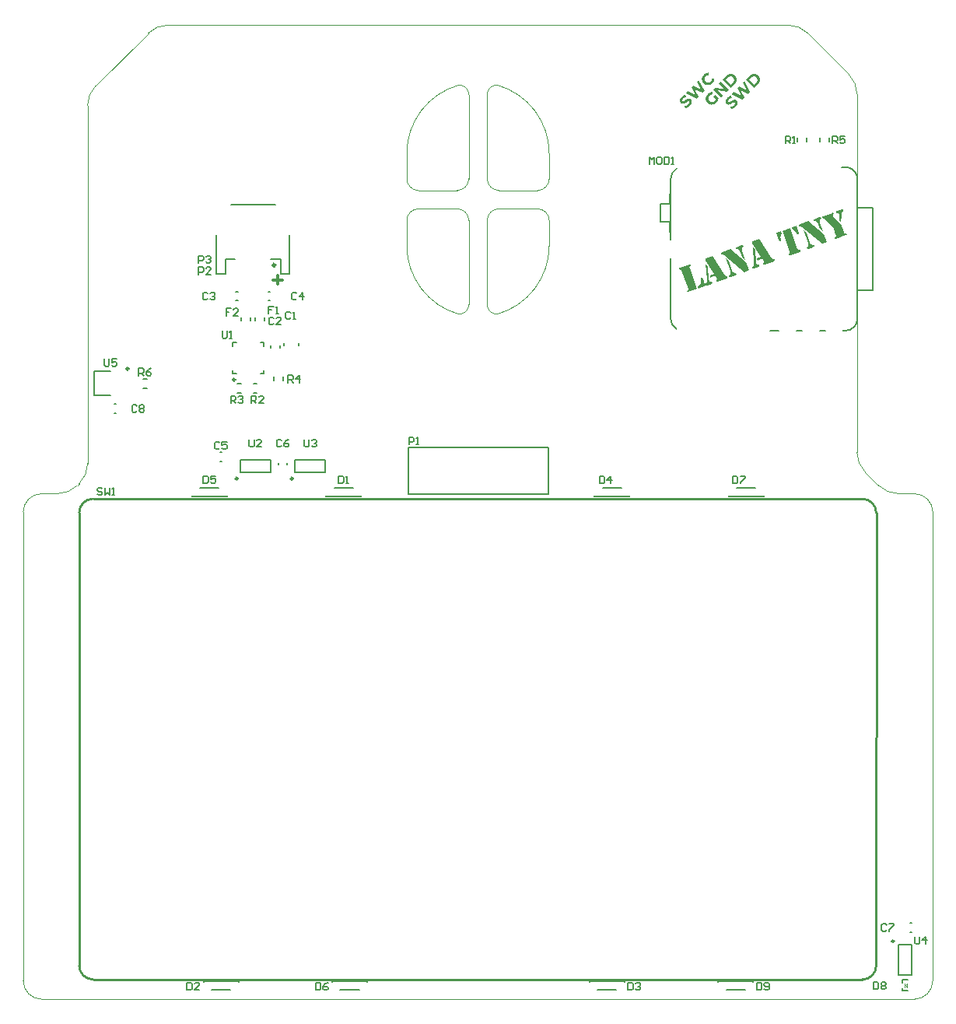
<source format=gto>
G04*
G04 #@! TF.GenerationSoftware,Altium Limited,Altium Designer,24.6.1 (21)*
G04*
G04 Layer_Color=65535*
%FSLAX25Y25*%
%MOIN*%
G70*
G04*
G04 #@! TF.SameCoordinates,01E0CDA6-314E-44D1-A422-088EE61E0F49*
G04*
G04*
G04 #@! TF.FilePolarity,Positive*
G04*
G01*
G75*
%ADD10C,0.00984*%
%ADD11C,0.01000*%
%ADD12C,0.01181*%
%ADD13C,0.00787*%
%ADD14C,0.00787*%
%ADD15C,0.00394*%
%ADD16C,0.00591*%
G36*
X108551Y191675D02*
X108670Y191666D01*
X108789Y191649D01*
X108911Y191624D01*
X108917D01*
X108940Y191614D01*
X108972Y191608D01*
X109020Y191592D01*
X109078Y191572D01*
X109142Y191546D01*
X109216Y191518D01*
X109297Y191482D01*
X109384Y191440D01*
X109477Y191392D01*
X109574Y191334D01*
X109673Y191273D01*
X109776Y191202D01*
X109879Y191125D01*
X109979Y191038D01*
X110079Y190945D01*
X110085Y190938D01*
X110101Y190922D01*
X110130Y190893D01*
X110166Y190852D01*
X110207Y190803D01*
X110256Y190742D01*
X110307Y190678D01*
X110365Y190601D01*
X110423Y190517D01*
X110478Y190424D01*
X110536Y190327D01*
X110590Y190227D01*
X110642Y190118D01*
X110690Y190005D01*
X110729Y189890D01*
X110764Y189770D01*
Y189764D01*
X110767Y189742D01*
X110777Y189706D01*
X110783Y189661D01*
X110793Y189600D01*
X110800Y189536D01*
X110809Y189455D01*
X110812Y189368D01*
X110816Y189275D01*
Y189172D01*
X110809Y189063D01*
X110796Y188953D01*
X110783Y188838D01*
X110761Y188718D01*
X110732Y188593D01*
X110693Y188471D01*
X110690Y188461D01*
X110684Y188442D01*
X110668Y188406D01*
X110652Y188358D01*
X110626Y188300D01*
X110590Y188233D01*
X110555Y188152D01*
X110510Y188069D01*
X110458Y187978D01*
X110400Y187882D01*
X110336Y187779D01*
X110262Y187673D01*
X110185Y187563D01*
X110095Y187454D01*
X109998Y187345D01*
X109895Y187235D01*
X108293Y185633D01*
X104767Y189159D01*
X106424Y190816D01*
X106469Y190855D01*
X106524Y190903D01*
X106588Y190954D01*
X106659Y191012D01*
X106742Y191077D01*
X106829Y191144D01*
X106926Y191209D01*
X107026Y191276D01*
X107135Y191341D01*
X107247Y191402D01*
X107363Y191460D01*
X107486Y191511D01*
X107608Y191556D01*
X107617Y191559D01*
X107637Y191566D01*
X107672Y191576D01*
X107724Y191588D01*
X107782Y191601D01*
X107849Y191617D01*
X107930Y191633D01*
X108017Y191649D01*
X108113Y191662D01*
X108216Y191669D01*
X108322Y191678D01*
X108438D01*
X108551Y191675D01*
D02*
G37*
G36*
X107460Y184800D02*
X106791Y184131D01*
X102891Y184510D01*
X105031Y182371D01*
X104223Y181563D01*
X100697Y185089D01*
X101373Y185765D01*
X105269Y185376D01*
X103126Y187518D01*
X103934Y188326D01*
X107460Y184800D01*
D02*
G37*
G36*
X100559Y183851D02*
X100517Y182844D01*
X100485D01*
X100443Y182840D01*
X100388Y182837D01*
X100321Y182834D01*
X100243Y182821D01*
X100160Y182808D01*
X100063Y182789D01*
X99963Y182760D01*
X99861Y182728D01*
X99748Y182686D01*
X99638Y182634D01*
X99529Y182577D01*
X99420Y182506D01*
X99314Y182425D01*
X99211Y182329D01*
X99178Y182297D01*
X99156Y182268D01*
X99127Y182239D01*
X99095Y182200D01*
X99063Y182155D01*
X99024Y182110D01*
X98950Y181998D01*
X98876Y181872D01*
X98805Y181737D01*
X98776Y181663D01*
X98751Y181586D01*
X98747Y181582D01*
X98744Y181566D01*
X98738Y181547D01*
X98734Y181518D01*
X98725Y181483D01*
X98718Y181438D01*
X98702Y181338D01*
X98693Y181212D01*
Y181077D01*
X98709Y180932D01*
X98738Y180781D01*
X98741Y180778D01*
X98744Y180762D01*
X98751Y180743D01*
X98760Y180714D01*
X98776Y180678D01*
X98792Y180637D01*
X98812Y180591D01*
X98837Y180540D01*
X98863Y180482D01*
X98895Y180424D01*
X98931Y180363D01*
X98972Y180302D01*
X99069Y180173D01*
X99124Y180112D01*
X99182Y180048D01*
X99185Y180044D01*
X99198Y180032D01*
X99214Y180016D01*
X99240Y179996D01*
X99269Y179967D01*
X99304Y179938D01*
X99349Y179906D01*
X99397Y179871D01*
X99503Y179797D01*
X99629Y179723D01*
X99764Y179658D01*
X99838Y179630D01*
X99912Y179607D01*
X99918D01*
X99928Y179604D01*
X99954Y179597D01*
X99980Y179591D01*
X100018Y179585D01*
X100063Y179578D01*
X100166Y179565D01*
X100288Y179559D01*
X100424Y179565D01*
X100572Y179578D01*
X100723Y179613D01*
X100726Y179617D01*
X100742Y179620D01*
X100761Y179626D01*
X100790Y179636D01*
X100826Y179652D01*
X100868Y179668D01*
X100916Y179691D01*
X100964Y179713D01*
X101019Y179742D01*
X101080Y179778D01*
X101141Y179813D01*
X101202Y179855D01*
X101331Y179951D01*
X101392Y180006D01*
X101456Y180064D01*
X101492Y180099D01*
X101514Y180128D01*
X101543Y180157D01*
X101572Y180199D01*
X101611Y180244D01*
X101649Y180296D01*
X101691Y180350D01*
X101727Y180411D01*
X101810Y180546D01*
X101881Y180694D01*
X101910Y180768D01*
X101939Y180849D01*
X100906Y181882D01*
X101653Y182628D01*
X103084Y181196D01*
Y181190D01*
X103081Y181174D01*
X103075Y181148D01*
X103068Y181109D01*
X103062Y181064D01*
X103049Y181013D01*
X103033Y180952D01*
X103017Y180884D01*
X102994Y180810D01*
X102972Y180730D01*
X102943Y180649D01*
X102914Y180562D01*
X102878Y180476D01*
X102840Y180386D01*
X102750Y180199D01*
X102746Y180196D01*
X102737Y180180D01*
X102721Y180151D01*
X102701Y180119D01*
X102676Y180073D01*
X102647Y180025D01*
X102608Y179967D01*
X102569Y179909D01*
X102524Y179839D01*
X102476Y179771D01*
X102421Y179697D01*
X102364Y179626D01*
X102238Y179475D01*
X102103Y179327D01*
X102077Y179301D01*
X102045Y179276D01*
X102006Y179237D01*
X101955Y179192D01*
X101894Y179144D01*
X101823Y179086D01*
X101746Y179028D01*
X101656Y178963D01*
X101562Y178902D01*
X101463Y178835D01*
X101357Y178774D01*
X101244Y178719D01*
X101128Y178661D01*
X101009Y178613D01*
X100884Y178571D01*
X100874Y178568D01*
X100855Y178561D01*
X100816Y178555D01*
X100771Y178542D01*
X100707Y178529D01*
X100636Y178516D01*
X100556Y178500D01*
X100465Y178487D01*
X100366Y178478D01*
X100263Y178471D01*
X100153Y178465D01*
X100038D01*
X99918Y178474D01*
X99799Y178484D01*
X99671Y178503D01*
X99548Y178529D01*
X99539Y178532D01*
X99519Y178539D01*
X99484Y178549D01*
X99436Y178565D01*
X99378Y178584D01*
X99310Y178613D01*
X99233Y178645D01*
X99153Y178680D01*
X99059Y178722D01*
X98963Y178774D01*
X98866Y178832D01*
X98767Y178893D01*
X98664Y178963D01*
X98558Y179044D01*
X98458Y179131D01*
X98358Y179224D01*
X98352Y179230D01*
X98335Y179247D01*
X98310Y179279D01*
X98274Y179314D01*
X98229Y179366D01*
X98184Y179424D01*
X98130Y179491D01*
X98078Y179568D01*
X98020Y179652D01*
X97962Y179742D01*
X97904Y179839D01*
X97850Y179945D01*
X97795Y180051D01*
X97750Y180167D01*
X97702Y180286D01*
X97670Y180408D01*
X97666Y180418D01*
X97663Y180440D01*
X97653Y180476D01*
X97647Y180521D01*
X97637Y180582D01*
X97628Y180656D01*
X97618Y180736D01*
X97612Y180826D01*
X97608Y180926D01*
Y181029D01*
Y181138D01*
X97618Y181257D01*
X97628Y181377D01*
X97647Y181499D01*
X97676Y181624D01*
X97711Y181750D01*
X97715Y181759D01*
X97721Y181779D01*
X97734Y181817D01*
X97753Y181862D01*
X97776Y181923D01*
X97808Y181994D01*
X97843Y182075D01*
X97885Y182162D01*
X97936Y182252D01*
X97988Y182348D01*
X98052Y182451D01*
X98120Y182557D01*
X98200Y182663D01*
X98281Y182770D01*
X98374Y182876D01*
X98474Y182982D01*
X98519Y183027D01*
X98558Y183059D01*
X98596Y183098D01*
X98651Y183140D01*
X98709Y183191D01*
X98773Y183243D01*
X98847Y183297D01*
X98924Y183355D01*
X99095Y183468D01*
X99182Y183522D01*
X99278Y183574D01*
X99375Y183625D01*
X99474Y183667D01*
X99481D01*
X99497Y183677D01*
X99526Y183687D01*
X99568Y183703D01*
X99616Y183719D01*
X99671Y183735D01*
X99735Y183754D01*
X99809Y183777D01*
X99889Y183793D01*
X99973Y183812D01*
X100063Y183825D01*
X100156Y183841D01*
X100253Y183847D01*
X100356Y183854D01*
X100456Y183857D01*
X100559Y183851D01*
D02*
G37*
G36*
X118547Y191672D02*
X118666Y191662D01*
X118785Y191646D01*
X118908Y191621D01*
X118914D01*
X118937Y191611D01*
X118969Y191604D01*
X119017Y191588D01*
X119075Y191569D01*
X119139Y191543D01*
X119213Y191514D01*
X119294Y191479D01*
X119381Y191437D01*
X119474Y191389D01*
X119570Y191331D01*
X119670Y191270D01*
X119773Y191199D01*
X119876Y191122D01*
X119976Y191035D01*
X120076Y190942D01*
X120082Y190935D01*
X120098Y190919D01*
X120127Y190890D01*
X120162Y190848D01*
X120204Y190800D01*
X120253Y190739D01*
X120304Y190675D01*
X120362Y190597D01*
X120420Y190514D01*
X120475Y190420D01*
X120532Y190324D01*
X120587Y190224D01*
X120639Y190115D01*
X120687Y190002D01*
X120726Y189886D01*
X120761Y189767D01*
Y189761D01*
X120764Y189738D01*
X120774Y189703D01*
X120780Y189658D01*
X120790Y189597D01*
X120796Y189532D01*
X120806Y189452D01*
X120809Y189365D01*
X120812Y189272D01*
Y189169D01*
X120806Y189059D01*
X120793Y188950D01*
X120780Y188834D01*
X120758Y188715D01*
X120729Y188590D01*
X120690Y188468D01*
X120687Y188458D01*
X120680Y188439D01*
X120664Y188403D01*
X120648Y188355D01*
X120623Y188297D01*
X120587Y188229D01*
X120552Y188149D01*
X120507Y188065D01*
X120455Y187975D01*
X120397Y187879D01*
X120333Y187776D01*
X120259Y187670D01*
X120182Y187560D01*
X120092Y187451D01*
X119995Y187341D01*
X119892Y187232D01*
X118290Y185630D01*
X114764Y189156D01*
X116421Y190813D01*
X116466Y190852D01*
X116520Y190900D01*
X116585Y190951D01*
X116656Y191009D01*
X116739Y191074D01*
X116826Y191141D01*
X116923Y191206D01*
X117022Y191273D01*
X117132Y191337D01*
X117244Y191399D01*
X117360Y191456D01*
X117482Y191508D01*
X117605Y191553D01*
X117614Y191556D01*
X117634Y191563D01*
X117669Y191572D01*
X117720Y191585D01*
X117778Y191598D01*
X117846Y191614D01*
X117926Y191630D01*
X118013Y191646D01*
X118110Y191659D01*
X118213Y191666D01*
X118319Y191675D01*
X118435D01*
X118547Y191672D01*
D02*
G37*
G36*
X116611Y183950D02*
X115732Y183072D01*
X112569Y184684D01*
X114156Y181496D01*
X113284Y180624D01*
X108599Y182992D01*
X109446Y183838D01*
X112721Y182152D01*
X111074Y185466D01*
X111829Y186222D01*
X115134Y184526D01*
X113458Y187850D01*
X114236Y188628D01*
X116611Y183950D01*
D02*
G37*
G36*
X108815Y181463D02*
X108805Y181460D01*
X108780Y181454D01*
X108741Y181441D01*
X108689Y181422D01*
X108622Y181399D01*
X108548Y181370D01*
X108464Y181338D01*
X108374Y181299D01*
X108274Y181251D01*
X108175Y181203D01*
X108072Y181145D01*
X107966Y181084D01*
X107859Y181010D01*
X107760Y180936D01*
X107657Y180852D01*
X107563Y180765D01*
X107531Y180733D01*
X107512Y180707D01*
X107483Y180678D01*
X107451Y180640D01*
X107419Y180601D01*
X107383Y180559D01*
X107316Y180460D01*
X107251Y180357D01*
X107197Y180251D01*
X107181Y180196D01*
X107168Y180144D01*
X107164Y180141D01*
X107168Y180131D01*
X107161Y180099D01*
Y180048D01*
X107164Y179987D01*
X107174Y179913D01*
X107197Y179839D01*
X107235Y179761D01*
X107264Y179726D01*
X107293Y179691D01*
X107296Y179687D01*
X107299Y179684D01*
X107309Y179674D01*
X107325Y179665D01*
X107364Y179639D01*
X107419Y179610D01*
X107486Y179588D01*
X107525Y179581D01*
X107567Y179578D01*
X107612D01*
X107657Y179585D01*
X107705Y179594D01*
X107756Y179607D01*
X107760Y179610D01*
X107769Y179613D01*
X107785Y179617D01*
X107808Y179626D01*
X107834Y179639D01*
X107869Y179655D01*
X107908Y179674D01*
X107956Y179697D01*
X108004Y179720D01*
X108062Y179752D01*
X108120Y179784D01*
X108187Y179819D01*
X108258Y179864D01*
X108335Y179909D01*
X108416Y179958D01*
X108503Y180012D01*
X108506Y180016D01*
X108525Y180028D01*
X108551Y180041D01*
X108586Y180064D01*
X108632Y180090D01*
X108680Y180119D01*
X108738Y180151D01*
X108799Y180186D01*
X108931Y180260D01*
X109075Y180341D01*
X109220Y180414D01*
X109288Y180450D01*
X109355Y180479D01*
X109359Y180482D01*
X109371Y180489D01*
X109391Y180495D01*
X109416Y180501D01*
X109449Y180514D01*
X109487Y180527D01*
X109581Y180556D01*
X109693Y180585D01*
X109819Y180608D01*
X109954Y180620D01*
X110099Y180617D01*
X110118D01*
X110137Y180611D01*
X110166Y180608D01*
X110198Y180601D01*
X110240Y180591D01*
X110288Y180582D01*
X110340Y180562D01*
X110391Y180543D01*
X110452Y180521D01*
X110517Y180489D01*
X110578Y180453D01*
X110646Y180411D01*
X110710Y180366D01*
X110774Y180308D01*
X110842Y180247D01*
X110845Y180244D01*
X110855Y180234D01*
X110871Y180218D01*
X110890Y180192D01*
X110913Y180164D01*
X110942Y180128D01*
X110974Y180090D01*
X111003Y180041D01*
X111067Y179938D01*
X111131Y179816D01*
X111160Y179748D01*
X111186Y179678D01*
X111205Y179601D01*
X111225Y179523D01*
Y179517D01*
X111228Y179507D01*
X111231Y179485D01*
X111234Y179449D01*
X111238Y179414D01*
X111241Y179366D01*
Y179314D01*
Y179256D01*
X111238Y179189D01*
X111234Y179121D01*
X111225Y179047D01*
X111212Y178970D01*
X111196Y178890D01*
X111173Y178803D01*
X111144Y178716D01*
X111112Y178626D01*
X111109Y178622D01*
X111102Y178603D01*
X111090Y178577D01*
X111074Y178542D01*
X111051Y178500D01*
X111025Y178449D01*
X110993Y178391D01*
X110954Y178326D01*
X110913Y178252D01*
X110864Y178179D01*
X110810Y178098D01*
X110745Y178014D01*
X110678Y177927D01*
X110604Y177841D01*
X110523Y177754D01*
X110436Y177661D01*
X110395Y177619D01*
X110362Y177593D01*
X110324Y177554D01*
X110276Y177513D01*
X110224Y177468D01*
X110166Y177416D01*
X110099Y177361D01*
X110028Y177303D01*
X109954Y177249D01*
X109873Y177188D01*
X109700Y177072D01*
X109516Y176959D01*
X109513Y176956D01*
X109494Y176950D01*
X109465Y176933D01*
X109433Y176914D01*
X109388Y176895D01*
X109336Y176869D01*
X109278Y176843D01*
X109211Y176814D01*
X109069Y176756D01*
X108915Y176705D01*
X108754Y176660D01*
X108670Y176641D01*
X108593Y176628D01*
X108255Y177519D01*
X108262D01*
X108271Y177522D01*
X108294Y177525D01*
X108326Y177532D01*
X108358Y177538D01*
X108403Y177551D01*
X108451Y177561D01*
X108506Y177577D01*
X108564Y177590D01*
X108625Y177612D01*
X108693Y177635D01*
X108763Y177661D01*
X108911Y177718D01*
X109066Y177789D01*
X109069Y177792D01*
X109082Y177799D01*
X109108Y177812D01*
X109137Y177828D01*
X109169Y177847D01*
X109214Y177873D01*
X109262Y177902D01*
X109310Y177937D01*
X109365Y177973D01*
X109423Y178011D01*
X109545Y178101D01*
X109671Y178201D01*
X109790Y178314D01*
X109822Y178346D01*
X109844Y178375D01*
X109873Y178404D01*
X109902Y178439D01*
X109934Y178478D01*
X109973Y178523D01*
X110044Y178619D01*
X110108Y178722D01*
X110166Y178825D01*
X110189Y178880D01*
X110202Y178931D01*
X110205Y178935D01*
X110202Y178944D01*
X110208Y178976D01*
X110211Y179025D01*
Y179089D01*
X110202Y179163D01*
X110182Y179234D01*
X110147Y179308D01*
X110121Y179340D01*
X110092Y179375D01*
X110086Y179382D01*
X110070Y179398D01*
X110041Y179414D01*
X110005Y179437D01*
X109960Y179456D01*
X109909Y179475D01*
X109848Y179485D01*
X109777D01*
X109754Y179481D01*
X109716Y179475D01*
X109668Y179465D01*
X109613Y179449D01*
X109545Y179427D01*
X109474Y179401D01*
X109400Y179366D01*
X109397Y179362D01*
X109391D01*
X109378Y179356D01*
X109362Y179346D01*
X109343Y179333D01*
X109320Y179324D01*
X109259Y179288D01*
X109178Y179247D01*
X109088Y179195D01*
X108989Y179134D01*
X108873Y179063D01*
X108870Y179060D01*
X108850Y179047D01*
X108825Y179034D01*
X108789Y179012D01*
X108744Y178986D01*
X108696Y178957D01*
X108641Y178922D01*
X108580Y178886D01*
X108445Y178809D01*
X108303Y178732D01*
X108159Y178658D01*
X108091Y178622D01*
X108020Y178590D01*
X108017Y178587D01*
X108007Y178584D01*
X107985Y178574D01*
X107959Y178568D01*
X107927Y178555D01*
X107888Y178542D01*
X107795Y178513D01*
X107686Y178487D01*
X107557Y178468D01*
X107422Y178455D01*
X107267D01*
X107258Y178458D01*
X107235Y178462D01*
X107206Y178465D01*
X107171Y178474D01*
X107129Y178484D01*
X107084Y178497D01*
X107033Y178516D01*
X106975Y178536D01*
X106917Y178561D01*
X106855Y178590D01*
X106791Y178629D01*
X106724Y178671D01*
X106656Y178719D01*
X106592Y178777D01*
X106524Y178838D01*
X106521Y178841D01*
X106511Y178851D01*
X106495Y178867D01*
X106476Y178893D01*
X106450Y178925D01*
X106424Y178957D01*
X106389Y178999D01*
X106360Y179047D01*
X106296Y179150D01*
X106228Y179276D01*
X106202Y179340D01*
X106177Y179411D01*
X106154Y179485D01*
X106135Y179562D01*
Y179568D01*
X106132Y179578D01*
X106128Y179607D01*
X106125Y179636D01*
X106122Y179671D01*
X106119Y179720D01*
X106115Y179774D01*
Y179832D01*
X106119Y179893D01*
X106125Y179964D01*
X106132Y180041D01*
X106144Y180119D01*
X106161Y180199D01*
X106180Y180283D01*
X106209Y180369D01*
X106241Y180460D01*
Y180466D01*
X106251Y180482D01*
X106263Y180508D01*
X106280Y180543D01*
X106302Y180585D01*
X106328Y180637D01*
X106360Y180694D01*
X106395Y180762D01*
X106437Y180830D01*
X106489Y180907D01*
X106544Y180987D01*
X106605Y181068D01*
X106672Y181155D01*
X106746Y181241D01*
X106823Y181332D01*
X106971Y181480D01*
X107003Y181505D01*
X107042Y181544D01*
X107084Y181579D01*
X107132Y181621D01*
X107184Y181666D01*
X107242Y181711D01*
X107370Y181808D01*
X107509Y181907D01*
X107653Y182001D01*
X107657Y182004D01*
X107673Y182014D01*
X107695Y182023D01*
X107724Y182039D01*
X107760Y182062D01*
X107801Y182084D01*
X107850Y182107D01*
X107904Y182136D01*
X108027Y182187D01*
X108162Y182245D01*
X108303Y182297D01*
X108451Y182335D01*
X108815Y181463D01*
D02*
G37*
G36*
X98879Y192139D02*
X98837Y191131D01*
X98830D01*
X98801Y191135D01*
X98763D01*
X98708Y191131D01*
X98641Y191128D01*
X98563Y191122D01*
X98480Y191109D01*
X98387Y191093D01*
X98287Y191070D01*
X98181Y191041D01*
X98074Y191000D01*
X97965Y190954D01*
X97856Y190897D01*
X97743Y190829D01*
X97637Y190749D01*
X97537Y190655D01*
X97505Y190623D01*
X97486Y190597D01*
X97457Y190568D01*
X97428Y190533D01*
X97395Y190488D01*
X97360Y190440D01*
X97286Y190334D01*
X97212Y190208D01*
X97148Y190073D01*
X97119Y189999D01*
X97096Y189925D01*
X97093Y189922D01*
Y189909D01*
X97087Y189883D01*
X97080Y189857D01*
X97074Y189819D01*
X97067Y189780D01*
X97054Y189677D01*
X97048Y189555D01*
Y189420D01*
X97064Y189275D01*
X97096Y189127D01*
X97100Y189124D01*
X97103Y189108D01*
X97109Y189088D01*
X97119Y189059D01*
X97135Y189024D01*
X97151Y188982D01*
X97170Y188937D01*
X97196Y188886D01*
X97219Y188831D01*
X97251Y188773D01*
X97286Y188712D01*
X97328Y188651D01*
X97421Y188525D01*
X97476Y188464D01*
X97534Y188400D01*
X97537Y188397D01*
X97550Y188384D01*
X97566Y188368D01*
X97592Y188348D01*
X97621Y188320D01*
X97656Y188291D01*
X97701Y188258D01*
X97749Y188223D01*
X97856Y188149D01*
X97981Y188075D01*
X98116Y188011D01*
X98190Y187982D01*
X98264Y187959D01*
X98271D01*
X98280Y187956D01*
X98306Y187950D01*
X98332Y187943D01*
X98370Y187937D01*
X98412Y187927D01*
X98515Y187914D01*
X98637Y187908D01*
X98769Y187911D01*
X98917Y187924D01*
X99065Y187956D01*
X99068Y187959D01*
X99085Y187962D01*
X99104Y187969D01*
X99133Y187978D01*
X99168Y187995D01*
X99210Y188011D01*
X99255Y188030D01*
X99307Y188056D01*
X99361Y188085D01*
X99419Y188117D01*
X99480Y188152D01*
X99541Y188194D01*
X99667Y188287D01*
X99728Y188342D01*
X99792Y188400D01*
X99815Y188423D01*
X99841Y188455D01*
X99876Y188496D01*
X99915Y188548D01*
X99957Y188609D01*
X100002Y188680D01*
X100050Y188760D01*
X100098Y188854D01*
X100140Y188953D01*
X100182Y189059D01*
X100214Y189175D01*
X100240Y189298D01*
X100259Y189426D01*
X100269Y189565D01*
X100262Y189706D01*
X101272Y189745D01*
Y189738D01*
Y189719D01*
X101276Y189690D01*
X101279Y189648D01*
Y189597D01*
Y189539D01*
X101276Y189471D01*
X101272Y189397D01*
X101266Y189320D01*
X101256Y189233D01*
X101243Y189143D01*
X101224Y189047D01*
X101205Y188950D01*
X101179Y188854D01*
X101147Y188751D01*
X101111Y188651D01*
Y188645D01*
X101102Y188628D01*
X101086Y188599D01*
X101073Y188561D01*
X101047Y188516D01*
X101018Y188461D01*
X100986Y188397D01*
X100947Y188332D01*
X100902Y188255D01*
X100854Y188181D01*
X100800Y188094D01*
X100738Y188014D01*
X100671Y187927D01*
X100600Y187837D01*
X100520Y187750D01*
X100439Y187663D01*
X100417Y187641D01*
X100384Y187615D01*
X100346Y187576D01*
X100294Y187531D01*
X100233Y187483D01*
X100166Y187428D01*
X100088Y187370D01*
X100002Y187309D01*
X99908Y187248D01*
X99812Y187184D01*
X99706Y187123D01*
X99590Y187065D01*
X99477Y187010D01*
X99358Y186962D01*
X99233Y186920D01*
X99223Y186917D01*
X99204Y186910D01*
X99165Y186904D01*
X99120Y186891D01*
X99056Y186878D01*
X98985Y186865D01*
X98908Y186852D01*
X98818Y186840D01*
X98718Y186830D01*
X98615Y186823D01*
X98506Y186817D01*
X98390D01*
X98271Y186827D01*
X98152Y186836D01*
X98023Y186856D01*
X97901Y186881D01*
X97891Y186885D01*
X97872Y186891D01*
X97836Y186901D01*
X97788Y186917D01*
X97730Y186936D01*
X97663Y186965D01*
X97585Y186997D01*
X97505Y187033D01*
X97412Y187074D01*
X97315Y187126D01*
X97219Y187184D01*
X97119Y187245D01*
X97016Y187316D01*
X96910Y187396D01*
X96810Y187483D01*
X96710Y187576D01*
X96704Y187583D01*
X96688Y187599D01*
X96662Y187631D01*
X96627Y187666D01*
X96582Y187718D01*
X96536Y187776D01*
X96482Y187843D01*
X96430Y187921D01*
X96372Y188004D01*
X96315Y188094D01*
X96257Y188191D01*
X96202Y188297D01*
X96147Y188403D01*
X96102Y188519D01*
X96054Y188638D01*
X96022Y188760D01*
X96018Y188770D01*
X96015Y188793D01*
X96006Y188828D01*
X95999Y188873D01*
X95990Y188934D01*
X95980Y189008D01*
X95970Y189088D01*
X95964Y189179D01*
X95957Y189275D01*
Y189378D01*
X95961Y189491D01*
X95967Y189606D01*
X95977Y189725D01*
X95996Y189848D01*
X96022Y189970D01*
X96057Y190095D01*
X96060Y190105D01*
X96067Y190124D01*
X96080Y190163D01*
X96099Y190208D01*
X96122Y190269D01*
X96150Y190337D01*
X96183Y190414D01*
X96224Y190501D01*
X96276Y190591D01*
X96327Y190688D01*
X96389Y190787D01*
X96456Y190893D01*
X96533Y190996D01*
X96614Y191103D01*
X96707Y191209D01*
X96803Y191312D01*
X96849Y191357D01*
X96884Y191386D01*
X96923Y191424D01*
X96977Y191466D01*
X97032Y191514D01*
X97096Y191566D01*
X97170Y191621D01*
X97244Y191675D01*
X97412Y191785D01*
X97505Y191839D01*
X97595Y191891D01*
X97692Y191936D01*
X97791Y191978D01*
X97798D01*
X97814Y191987D01*
X97843Y191997D01*
X97881Y192010D01*
X97930Y192026D01*
X97991Y192042D01*
X98052Y192058D01*
X98126Y192074D01*
X98203Y192094D01*
X98290Y192110D01*
X98380Y192122D01*
X98473Y192132D01*
X98573Y192142D01*
X98673Y192145D01*
X98776D01*
X98879Y192139D01*
D02*
G37*
G36*
X97013Y184353D02*
X96134Y183474D01*
X92972Y185086D01*
X94558Y181898D01*
X93686Y181026D01*
X89002Y183394D01*
X89848Y184240D01*
X93123Y182554D01*
X91476Y185868D01*
X92232Y186624D01*
X95536Y184928D01*
X93860Y188252D01*
X94638Y189031D01*
X97013Y184353D01*
D02*
G37*
G36*
X89217Y181866D02*
X89207Y181862D01*
X89182Y181856D01*
X89143Y181843D01*
X89092Y181824D01*
X89024Y181801D01*
X88950Y181772D01*
X88866Y181740D01*
X88776Y181702D01*
X88677Y181653D01*
X88577Y181605D01*
X88474Y181547D01*
X88368Y181486D01*
X88261Y181412D01*
X88162Y181338D01*
X88059Y181254D01*
X87966Y181167D01*
X87933Y181135D01*
X87914Y181109D01*
X87885Y181080D01*
X87853Y181042D01*
X87821Y181003D01*
X87785Y180962D01*
X87718Y180862D01*
X87653Y180759D01*
X87599Y180653D01*
X87583Y180598D01*
X87570Y180546D01*
X87567Y180543D01*
X87570Y180534D01*
X87563Y180501D01*
Y180450D01*
X87567Y180389D01*
X87576Y180315D01*
X87599Y180241D01*
X87637Y180164D01*
X87666Y180128D01*
X87695Y180093D01*
X87699Y180090D01*
X87702Y180086D01*
X87711Y180077D01*
X87727Y180067D01*
X87766Y180041D01*
X87821Y180012D01*
X87888Y179990D01*
X87927Y179983D01*
X87969Y179980D01*
X88014D01*
X88059Y179987D01*
X88107Y179996D01*
X88159Y180009D01*
X88162Y180012D01*
X88171Y180016D01*
X88187Y180019D01*
X88210Y180028D01*
X88236Y180041D01*
X88271Y180057D01*
X88310Y180077D01*
X88358Y180099D01*
X88406Y180122D01*
X88464Y180154D01*
X88522Y180186D01*
X88590Y180221D01*
X88661Y180266D01*
X88738Y180312D01*
X88818Y180360D01*
X88905Y180414D01*
X88908Y180418D01*
X88928Y180431D01*
X88953Y180444D01*
X88989Y180466D01*
X89034Y180492D01*
X89082Y180521D01*
X89140Y180553D01*
X89201Y180588D01*
X89333Y180662D01*
X89478Y180743D01*
X89622Y180817D01*
X89690Y180852D01*
X89758Y180881D01*
X89761Y180884D01*
X89774Y180891D01*
X89793Y180897D01*
X89819Y180904D01*
X89851Y180916D01*
X89890Y180929D01*
X89983Y180958D01*
X90095Y180987D01*
X90221Y181010D01*
X90356Y181023D01*
X90501Y181019D01*
X90520D01*
X90539Y181013D01*
X90568Y181010D01*
X90601Y181003D01*
X90642Y180994D01*
X90691Y180984D01*
X90742Y180965D01*
X90794Y180945D01*
X90855Y180923D01*
X90919Y180891D01*
X90980Y180855D01*
X91048Y180814D01*
X91112Y180768D01*
X91176Y180710D01*
X91244Y180649D01*
X91247Y180646D01*
X91257Y180637D01*
X91273Y180620D01*
X91292Y180595D01*
X91315Y180566D01*
X91344Y180530D01*
X91376Y180492D01*
X91405Y180444D01*
X91469Y180341D01*
X91533Y180218D01*
X91562Y180151D01*
X91588Y180080D01*
X91607Y180003D01*
X91627Y179926D01*
Y179919D01*
X91630Y179909D01*
X91633Y179887D01*
X91637Y179851D01*
X91640Y179816D01*
X91643Y179768D01*
Y179716D01*
Y179658D01*
X91640Y179591D01*
X91637Y179523D01*
X91627Y179449D01*
X91614Y179372D01*
X91598Y179292D01*
X91575Y179205D01*
X91546Y179118D01*
X91514Y179028D01*
X91511Y179025D01*
X91505Y179005D01*
X91492Y178980D01*
X91476Y178944D01*
X91453Y178902D01*
X91427Y178851D01*
X91395Y178793D01*
X91357Y178729D01*
X91315Y178655D01*
X91267Y178581D01*
X91212Y178500D01*
X91148Y178417D01*
X91080Y178330D01*
X91006Y178243D01*
X90926Y178156D01*
X90839Y178063D01*
X90797Y178021D01*
X90765Y177995D01*
X90726Y177956D01*
X90678Y177915D01*
X90626Y177870D01*
X90568Y177818D01*
X90501Y177763D01*
X90430Y177706D01*
X90356Y177651D01*
X90276Y177590D01*
X90102Y177474D01*
X89918Y177361D01*
X89915Y177358D01*
X89896Y177352D01*
X89867Y177336D01*
X89835Y177316D01*
X89790Y177297D01*
X89738Y177271D01*
X89680Y177245D01*
X89613Y177216D01*
X89471Y177159D01*
X89317Y177107D01*
X89156Y177062D01*
X89072Y177043D01*
X88995Y177030D01*
X88657Y177921D01*
X88664D01*
X88673Y177924D01*
X88696Y177927D01*
X88728Y177934D01*
X88760Y177940D01*
X88805Y177953D01*
X88854Y177963D01*
X88908Y177979D01*
X88966Y177992D01*
X89027Y178014D01*
X89095Y178037D01*
X89166Y178063D01*
X89314Y178121D01*
X89468Y178191D01*
X89471Y178195D01*
X89484Y178201D01*
X89510Y178214D01*
X89539Y178230D01*
X89571Y178249D01*
X89616Y178275D01*
X89664Y178304D01*
X89713Y178339D01*
X89767Y178375D01*
X89825Y178413D01*
X89947Y178503D01*
X90073Y178603D01*
X90192Y178716D01*
X90224Y178748D01*
X90247Y178777D01*
X90276Y178806D01*
X90304Y178841D01*
X90337Y178880D01*
X90375Y178925D01*
X90446Y179021D01*
X90510Y179124D01*
X90568Y179227D01*
X90591Y179282D01*
X90604Y179333D01*
X90607Y179337D01*
X90604Y179346D01*
X90610Y179378D01*
X90613Y179427D01*
Y179491D01*
X90604Y179565D01*
X90584Y179636D01*
X90549Y179710D01*
X90523Y179742D01*
X90494Y179778D01*
X90488Y179784D01*
X90472Y179800D01*
X90443Y179816D01*
X90408Y179839D01*
X90362Y179858D01*
X90311Y179877D01*
X90250Y179887D01*
X90179D01*
X90157Y179884D01*
X90118Y179877D01*
X90070Y179868D01*
X90015Y179851D01*
X89947Y179829D01*
X89877Y179803D01*
X89803Y179768D01*
X89799Y179765D01*
X89793D01*
X89780Y179758D01*
X89764Y179748D01*
X89745Y179736D01*
X89722Y179726D01*
X89661Y179691D01*
X89581Y179649D01*
X89490Y179597D01*
X89391Y179536D01*
X89275Y179465D01*
X89272Y179462D01*
X89252Y179449D01*
X89227Y179437D01*
X89191Y179414D01*
X89146Y179388D01*
X89098Y179359D01*
X89043Y179324D01*
X88982Y179288D01*
X88847Y179211D01*
X88705Y179134D01*
X88561Y179060D01*
X88493Y179025D01*
X88422Y178992D01*
X88419Y178989D01*
X88410Y178986D01*
X88387Y178976D01*
X88361Y178970D01*
X88329Y178957D01*
X88291Y178944D01*
X88197Y178915D01*
X88088Y178890D01*
X87959Y178870D01*
X87824Y178857D01*
X87669D01*
X87660Y178861D01*
X87637Y178864D01*
X87608Y178867D01*
X87573Y178877D01*
X87531Y178886D01*
X87486Y178899D01*
X87435Y178919D01*
X87377Y178938D01*
X87319Y178963D01*
X87258Y178992D01*
X87193Y179031D01*
X87126Y179073D01*
X87058Y179121D01*
X86994Y179179D01*
X86926Y179240D01*
X86923Y179243D01*
X86913Y179253D01*
X86897Y179269D01*
X86878Y179295D01*
X86852Y179327D01*
X86827Y179359D01*
X86791Y179401D01*
X86762Y179449D01*
X86698Y179552D01*
X86630Y179678D01*
X86605Y179742D01*
X86579Y179813D01*
X86556Y179887D01*
X86537Y179964D01*
Y179971D01*
X86534Y179980D01*
X86531Y180009D01*
X86527Y180038D01*
X86524Y180073D01*
X86521Y180122D01*
X86518Y180176D01*
Y180234D01*
X86521Y180296D01*
X86527Y180366D01*
X86534Y180444D01*
X86547Y180521D01*
X86563Y180601D01*
X86582Y180685D01*
X86611Y180772D01*
X86643Y180862D01*
Y180868D01*
X86653Y180884D01*
X86666Y180910D01*
X86682Y180945D01*
X86704Y180987D01*
X86730Y181039D01*
X86762Y181097D01*
X86798Y181164D01*
X86839Y181232D01*
X86891Y181309D01*
X86946Y181389D01*
X87007Y181470D01*
X87074Y181557D01*
X87148Y181644D01*
X87226Y181734D01*
X87374Y181882D01*
X87406Y181907D01*
X87444Y181946D01*
X87486Y181981D01*
X87534Y182023D01*
X87586Y182068D01*
X87644Y182113D01*
X87773Y182210D01*
X87911Y182309D01*
X88056Y182403D01*
X88059Y182406D01*
X88075Y182416D01*
X88097Y182425D01*
X88126Y182441D01*
X88162Y182464D01*
X88204Y182486D01*
X88252Y182509D01*
X88307Y182538D01*
X88429Y182589D01*
X88564Y182647D01*
X88705Y182699D01*
X88854Y182737D01*
X89217Y181866D01*
D02*
G37*
G36*
X156331Y133697D02*
X156445Y133651D01*
X156497Y133612D01*
X156542Y133570D01*
X156583Y133507D01*
X156620Y133433D01*
X156623Y133425D01*
X156629Y133407D01*
X156638Y133382D01*
X156642Y133344D01*
X156644Y133258D01*
X156629Y133165D01*
X156618Y133142D01*
X156607Y133119D01*
X156588Y133092D01*
X156563Y133054D01*
X156524Y133001D01*
X156473Y132954D01*
X156417Y132895D01*
X156403Y132880D01*
X156366Y132848D01*
X156310Y132789D01*
X156248Y132718D01*
X156109Y132542D01*
X156048Y132442D01*
X156001Y132358D01*
X155995Y132346D01*
X155982Y132302D01*
X155958Y132235D01*
X155931Y132148D01*
X155899Y132050D01*
X155873Y131934D01*
X155844Y131798D01*
X155825Y131665D01*
X155784Y131214D01*
X155523Y127963D01*
X154733Y128811D01*
X154884Y130889D01*
X154889Y130901D01*
X154886Y130938D01*
X154884Y130996D01*
X154877Y131071D01*
X154860Y131171D01*
X154840Y131280D01*
X154811Y131415D01*
X154761Y131552D01*
X154758Y131561D01*
X154755Y131569D01*
X154725Y131626D01*
X154680Y131697D01*
X154612Y131779D01*
X154514Y131860D01*
X154462Y131899D01*
X154392Y131932D01*
X154313Y131962D01*
X154235Y131992D01*
X154142Y132007D01*
X154044Y132010D01*
X154032Y132015D01*
X153995Y132012D01*
X153946Y132013D01*
X153877Y132017D01*
X153744Y132037D01*
X153680Y132053D01*
X153636Y132066D01*
X153621Y132080D01*
X153577Y132122D01*
X153515Y132187D01*
X153466Y132296D01*
X153463Y132304D01*
X153454Y132330D01*
X153450Y132367D01*
X153440Y132422D01*
X153442Y132471D01*
X153449Y132531D01*
X153465Y132595D01*
X153492Y132653D01*
X153506Y132668D01*
X153540Y132709D01*
X153587Y132765D01*
X153655Y132819D01*
X153664Y132822D01*
X153678Y132837D01*
X153703Y132846D01*
X153743Y132870D01*
X153803Y132892D01*
X153869Y132925D01*
X155985Y133688D01*
X156023Y133692D01*
X156115Y133706D01*
X156218Y133714D01*
X156331Y133697D01*
D02*
G37*
G36*
X146710Y130245D02*
X146785Y130224D01*
X146797Y130219D01*
X146817Y130216D01*
X146844Y130197D01*
X146882Y130172D01*
X146967Y130096D01*
X146997Y130039D01*
X147028Y129982D01*
X147031Y129974D01*
X147037Y129957D01*
X147046Y129931D01*
X147050Y129894D01*
X147052Y129807D01*
X147037Y129715D01*
X147026Y129691D01*
X147015Y129668D01*
X146987Y129638D01*
X146957Y129589D01*
X146909Y129533D01*
X146847Y129462D01*
X146772Y129377D01*
X146763Y129374D01*
X146757Y129362D01*
X146715Y129318D01*
X146665Y129242D01*
X146596Y129139D01*
X146527Y129008D01*
X146461Y128868D01*
X146413Y128705D01*
X146383Y128520D01*
X146381Y128500D01*
X146388Y128454D01*
X146387Y128376D01*
X146395Y128272D01*
X146413Y128143D01*
X146448Y127991D01*
X146493Y127814D01*
X146552Y127622D01*
X147807Y124143D01*
X146507Y125223D01*
X145747Y127331D01*
X145744Y127340D01*
X145738Y127357D01*
X145725Y127392D01*
X145710Y127434D01*
X145679Y127491D01*
X145658Y127551D01*
X145591Y127682D01*
X145515Y127839D01*
X145422Y127989D01*
X145315Y128125D01*
X145206Y128240D01*
X145191Y128254D01*
X145150Y128288D01*
X145077Y128330D01*
X144977Y128390D01*
X144861Y128445D01*
X144704Y128505D01*
X144529Y128558D01*
X144333Y128594D01*
X144324Y128591D01*
X144301Y128602D01*
X144272Y128601D01*
X144228Y128614D01*
X144133Y128638D01*
X144089Y128651D01*
X144051Y128676D01*
X144036Y128690D01*
X144004Y128727D01*
X143953Y128786D01*
X143911Y128877D01*
X143908Y128886D01*
X143898Y128911D01*
X143895Y128949D01*
X143888Y128995D01*
X143886Y129052D01*
X143885Y129110D01*
X143904Y129165D01*
X143931Y129224D01*
X143937Y129235D01*
X143951Y129250D01*
X143979Y129279D01*
X144015Y129312D01*
X144078Y129354D01*
X144140Y129396D01*
X144228Y129447D01*
X146293Y130192D01*
X146365Y130208D01*
X146445Y130227D01*
X146537Y130241D01*
X146629Y130255D01*
X146710Y130245D01*
D02*
G37*
G36*
X137524Y123494D02*
X137527Y123485D01*
X137537Y123459D01*
X137543Y123413D01*
X137550Y123367D01*
X137555Y123301D01*
X137559Y123235D01*
X137547Y123163D01*
X137522Y123096D01*
X137517Y123084D01*
X137503Y123069D01*
X137486Y123034D01*
X137461Y122996D01*
X137419Y122952D01*
X137374Y122916D01*
X137312Y122874D01*
X137246Y122841D01*
X137212Y122829D01*
X137174Y122825D01*
X137129Y122818D01*
X137013Y122815D01*
X136953Y122822D01*
X136886Y122847D01*
X136874Y122852D01*
X136859Y122866D01*
X136824Y122883D01*
X136783Y122916D01*
X136739Y122958D01*
X136692Y123009D01*
X136641Y123068D01*
X136596Y123139D01*
X136352Y123574D01*
X136349Y123583D01*
X136331Y123606D01*
X136319Y123640D01*
X136283Y123685D01*
X136253Y123742D01*
X136211Y123804D01*
X136154Y123881D01*
X136106Y123960D01*
X135978Y124127D01*
X135827Y124305D01*
X135647Y124482D01*
X135465Y124639D01*
X135450Y124653D01*
X135412Y124678D01*
X135339Y124720D01*
X135251Y124775D01*
X135143Y124833D01*
X135018Y124884D01*
X134875Y124930D01*
X134724Y124972D01*
X134390Y125898D01*
X136396Y126621D01*
X137524Y123494D01*
D02*
G37*
G36*
X152003Y132165D02*
X152014Y132159D01*
X152046Y132151D01*
X152081Y132135D01*
X152137Y132116D01*
X152186Y132086D01*
X152231Y132043D01*
X152281Y131984D01*
X152314Y131919D01*
X152317Y131910D01*
X152330Y131876D01*
X152337Y131830D01*
X152338Y131772D01*
X152334Y131703D01*
X152313Y131628D01*
X152283Y131549D01*
X152227Y131461D01*
X152054Y131244D01*
X152046Y131241D01*
X152043Y131220D01*
X152016Y131162D01*
X151995Y131058D01*
X152005Y131003D01*
X152018Y130940D01*
X152021Y130932D01*
X152031Y130906D01*
X152052Y130875D01*
X152070Y130823D01*
X152136Y130721D01*
X152228Y130599D01*
X155492Y127138D01*
X156691Y123813D01*
X156697Y123796D01*
X156710Y123761D01*
X156737Y123713D01*
X156767Y123656D01*
X156854Y123523D01*
X156904Y123464D01*
X156957Y123425D01*
X156969Y123419D01*
X157007Y123394D01*
X157053Y123372D01*
X157106Y123362D01*
X157123Y123368D01*
X157143Y123366D01*
X157172Y123366D01*
X157226Y123376D01*
X157292Y123381D01*
X157376Y123392D01*
X157488Y123403D01*
X157505Y123409D01*
X157554Y123407D01*
X157623Y123404D01*
X157707Y123385D01*
X157786Y123356D01*
X157874Y123300D01*
X157950Y123221D01*
X157986Y123176D01*
X158008Y123116D01*
X158011Y123108D01*
X158020Y123082D01*
X158027Y123036D01*
X158028Y122978D01*
X158021Y122918D01*
X158009Y122845D01*
X157976Y122775D01*
X157926Y122699D01*
X157917Y122696D01*
X157903Y122681D01*
X157872Y122660D01*
X157835Y122628D01*
X157770Y122594D01*
X157699Y122549D01*
X157599Y122504D01*
X153512Y121029D01*
X153448Y121016D01*
X153371Y120988D01*
X153208Y120958D01*
X153130Y120959D01*
X153061Y120963D01*
X153049Y120969D01*
X153017Y120977D01*
X152982Y120993D01*
X152936Y121015D01*
X152877Y121042D01*
X152830Y121093D01*
X152779Y121152D01*
X152746Y121218D01*
X152740Y121235D01*
X152736Y121272D01*
X152723Y121335D01*
X152724Y121413D01*
X152742Y121497D01*
X152786Y121591D01*
X152850Y121681D01*
X152955Y121768D01*
X152972Y121774D01*
X153003Y121795D01*
X153040Y121827D01*
X153096Y121858D01*
X153150Y121896D01*
X153204Y121935D01*
X153252Y121962D01*
X153275Y121980D01*
X153281Y121992D01*
X153300Y122018D01*
X153325Y122056D01*
X153341Y122120D01*
X153346Y122132D01*
X153349Y122152D01*
X153353Y122192D01*
X153364Y122245D01*
X153368Y122314D01*
X153360Y122389D01*
X153335Y122486D01*
X153306Y122592D01*
X152379Y125163D01*
X148361Y129534D01*
X148346Y129548D01*
X148317Y129576D01*
X148273Y129618D01*
X148217Y129666D01*
X148141Y129716D01*
X148056Y129763D01*
X147963Y129806D01*
X147867Y129830D01*
X147855Y129835D01*
X147824Y129843D01*
X147783Y129848D01*
X147728Y129867D01*
X147620Y129896D01*
X147565Y129915D01*
X147527Y129940D01*
X147512Y129954D01*
X147480Y129990D01*
X147441Y130044D01*
X147398Y130136D01*
X147395Y130144D01*
X147392Y130153D01*
X147385Y130199D01*
X147386Y130276D01*
X147393Y130366D01*
X147437Y130459D01*
X147476Y130512D01*
X147515Y130565D01*
X147574Y130615D01*
X147645Y130660D01*
X147724Y130708D01*
X151666Y132130D01*
X151730Y132143D01*
X151876Y132167D01*
X151942Y132172D01*
X152003Y132165D01*
D02*
G37*
G36*
X130088Y123300D02*
X130074Y123285D01*
X130041Y123244D01*
X129999Y123171D01*
X129935Y123080D01*
X129877Y122972D01*
X129814Y122852D01*
X129757Y122715D01*
X129723Y122568D01*
X129726Y122559D01*
X129715Y122536D01*
X129707Y122504D01*
X129706Y122455D01*
X129695Y122403D01*
X129683Y122330D01*
X129673Y122249D01*
X129667Y122160D01*
X129655Y121952D01*
X129663Y121713D01*
X129678Y121457D01*
X129719Y121181D01*
X129809Y120691D01*
X129812Y120682D01*
X129813Y120653D01*
X129820Y120608D01*
X129821Y120550D01*
X129810Y120420D01*
X129797Y120348D01*
X129773Y120281D01*
X129768Y120269D01*
X129754Y120254D01*
X129734Y120228D01*
X129709Y120190D01*
X129667Y120146D01*
X129622Y120110D01*
X129565Y120080D01*
X129499Y120046D01*
X129465Y120034D01*
X129428Y120030D01*
X129382Y120023D01*
X129324Y120022D01*
X129255Y120026D01*
X129191Y120042D01*
X129124Y120066D01*
X129113Y120072D01*
X129098Y120086D01*
X129071Y120105D01*
X129030Y120139D01*
X128986Y120181D01*
X128947Y120235D01*
X128914Y120300D01*
X128878Y120374D01*
X127749Y123502D01*
X129754Y124225D01*
X130088Y123300D01*
D02*
G37*
G36*
X148246Y122926D02*
X149458Y119567D01*
X147376Y118816D01*
X138973Y125866D01*
X138958Y125880D01*
X138929Y125908D01*
X138879Y125939D01*
X138812Y125992D01*
X138680Y126089D01*
X138607Y126131D01*
X138545Y126167D01*
X138533Y126172D01*
X138522Y126178D01*
X138487Y126194D01*
X138455Y126202D01*
X138348Y126231D01*
X138218Y126242D01*
X137889Y126240D01*
X137881Y126237D01*
X137869Y126242D01*
X137817Y126253D01*
X137741Y126274D01*
X137660Y126312D01*
X137657Y126321D01*
X137645Y126326D01*
X137601Y126368D01*
X137550Y126428D01*
X137511Y126510D01*
X137508Y126519D01*
X137502Y126536D01*
X137495Y126553D01*
X137492Y126591D01*
X137481Y126674D01*
X137493Y126775D01*
X137490Y126784D01*
X137495Y126795D01*
X137523Y126854D01*
X137555Y126924D01*
X137617Y126994D01*
X137626Y126997D01*
X137640Y127012D01*
X137680Y127036D01*
X137742Y127078D01*
X137833Y127120D01*
X137884Y127139D01*
X137950Y127172D01*
X138027Y127200D01*
X138101Y127236D01*
X141640Y128513D01*
X148246Y122926D01*
D02*
G37*
G36*
X140711Y123626D02*
X142186Y119539D01*
X142189Y119530D01*
X142195Y119513D01*
X142204Y119487D01*
X142217Y119453D01*
X142262Y119353D01*
X142323Y119239D01*
X142389Y119108D01*
X142467Y118972D01*
X142563Y118842D01*
X142672Y118726D01*
X142687Y118712D01*
X142728Y118679D01*
X142793Y118634D01*
X142880Y118579D01*
X143000Y118515D01*
X143129Y118455D01*
X143282Y118404D01*
X143450Y118368D01*
X143720Y118320D01*
X143731Y118314D01*
X143760Y118315D01*
X143807Y118293D01*
X143853Y118271D01*
X143903Y118241D01*
X143959Y118193D01*
X144009Y118134D01*
X144049Y118051D01*
X144052Y118043D01*
X144058Y118026D01*
X144062Y117988D01*
X144069Y117942D01*
X144067Y117893D01*
X144060Y117833D01*
X144044Y117769D01*
X144008Y117707D01*
X144000Y117704D01*
X143989Y117681D01*
X143958Y117660D01*
X143912Y117624D01*
X143850Y117582D01*
X143771Y117534D01*
X143662Y117486D01*
X143537Y117431D01*
X141720Y116775D01*
X141666Y116765D01*
X141551Y116734D01*
X141419Y116725D01*
X141275Y116721D01*
X141139Y116750D01*
X141077Y116785D01*
X141024Y116824D01*
X140977Y116875D01*
X140944Y116941D01*
X140941Y116949D01*
X140935Y116966D01*
X140925Y117021D01*
X140917Y117096D01*
X140935Y117180D01*
X140946Y117203D01*
X140957Y117226D01*
X140982Y117264D01*
X141012Y117314D01*
X141051Y117367D01*
X141105Y117435D01*
X141172Y117517D01*
X141177Y117528D01*
X141200Y117546D01*
X141225Y117584D01*
X141255Y117634D01*
X141297Y117707D01*
X141338Y117780D01*
X141379Y117882D01*
X141420Y117984D01*
X141454Y118103D01*
X141486Y118230D01*
X141502Y118372D01*
X141513Y118531D01*
X141503Y118692D01*
X141479Y118867D01*
X141439Y119056D01*
X141380Y119248D01*
X139420Y124681D01*
X140711Y123626D01*
D02*
G37*
G36*
X136990Y116706D02*
X136996Y116688D01*
X137009Y116654D01*
X137036Y116606D01*
X137066Y116549D01*
X137153Y116416D01*
X137203Y116356D01*
X137256Y116317D01*
X137268Y116312D01*
X137306Y116287D01*
X137352Y116265D01*
X137405Y116255D01*
X137422Y116261D01*
X137442Y116258D01*
X137471Y116259D01*
X137525Y116269D01*
X137591Y116274D01*
X137675Y116284D01*
X137787Y116296D01*
X137804Y116302D01*
X137853Y116300D01*
X137922Y116296D01*
X138006Y116278D01*
X138085Y116248D01*
X138173Y116193D01*
X138249Y116114D01*
X138285Y116069D01*
X138307Y116009D01*
X138310Y116000D01*
X138319Y115974D01*
X138323Y115937D01*
X138324Y115879D01*
X138317Y115819D01*
X138301Y115755D01*
X138269Y115685D01*
X138219Y115609D01*
X138210Y115606D01*
X138199Y115583D01*
X138168Y115561D01*
X138123Y115526D01*
X138060Y115484D01*
X137986Y115448D01*
X137890Y115393D01*
X133810Y113922D01*
X133747Y113909D01*
X133667Y113890D01*
X133495Y113856D01*
X133400Y113851D01*
X133319Y113861D01*
X133308Y113866D01*
X133287Y113869D01*
X133252Y113885D01*
X133214Y113910D01*
X133165Y113941D01*
X133120Y113983D01*
X133078Y114045D01*
X133045Y114111D01*
X133039Y114128D01*
X133035Y114165D01*
X133022Y114228D01*
X133023Y114306D01*
X133041Y114390D01*
X133085Y114483D01*
X133149Y114574D01*
X133254Y114660D01*
X133271Y114666D01*
X133302Y114687D01*
X133339Y114720D01*
X133396Y114750D01*
X133449Y114789D01*
X133503Y114828D01*
X133551Y114855D01*
X133574Y114873D01*
X133580Y114884D01*
X133599Y114911D01*
X133624Y114949D01*
X133640Y115013D01*
X133645Y115024D01*
X133648Y115045D01*
X133652Y115085D01*
X133663Y115137D01*
X133667Y115206D01*
X133659Y115281D01*
X133634Y115378D01*
X133605Y115484D01*
X130371Y124448D01*
X133756Y125669D01*
X136990Y116706D01*
D02*
G37*
G36*
X113375Y118219D02*
X113450Y118198D01*
X113462Y118193D01*
X113482Y118190D01*
X113509Y118171D01*
X113547Y118146D01*
X113632Y118070D01*
X113662Y118013D01*
X113693Y117956D01*
X113696Y117948D01*
X113702Y117931D01*
X113711Y117905D01*
X113715Y117868D01*
X113717Y117781D01*
X113702Y117689D01*
X113691Y117665D01*
X113680Y117642D01*
X113652Y117613D01*
X113622Y117563D01*
X113574Y117507D01*
X113512Y117436D01*
X113437Y117351D01*
X113428Y117348D01*
X113423Y117336D01*
X113380Y117292D01*
X113330Y117216D01*
X113261Y117113D01*
X113192Y116982D01*
X113126Y116842D01*
X113078Y116679D01*
X113048Y116494D01*
X113046Y116474D01*
X113053Y116428D01*
X113052Y116350D01*
X113060Y116246D01*
X113078Y116117D01*
X113113Y115965D01*
X113158Y115788D01*
X113217Y115596D01*
X114472Y112117D01*
X113172Y113198D01*
X112412Y115306D01*
X112409Y115314D01*
X112402Y115331D01*
X112390Y115366D01*
X112375Y115408D01*
X112344Y115465D01*
X112323Y115525D01*
X112256Y115656D01*
X112180Y115813D01*
X112087Y115963D01*
X111980Y116099D01*
X111871Y116215D01*
X111856Y116228D01*
X111815Y116262D01*
X111742Y116304D01*
X111642Y116365D01*
X111526Y116419D01*
X111369Y116479D01*
X111195Y116532D01*
X110998Y116568D01*
X110989Y116565D01*
X110966Y116576D01*
X110937Y116575D01*
X110893Y116588D01*
X110798Y116612D01*
X110754Y116625D01*
X110716Y116650D01*
X110701Y116664D01*
X110669Y116701D01*
X110618Y116760D01*
X110576Y116851D01*
X110573Y116860D01*
X110563Y116886D01*
X110560Y116923D01*
X110553Y116969D01*
X110551Y117026D01*
X110550Y117084D01*
X110569Y117139D01*
X110596Y117198D01*
X110601Y117209D01*
X110616Y117224D01*
X110644Y117253D01*
X110680Y117286D01*
X110743Y117328D01*
X110805Y117370D01*
X110893Y117421D01*
X112958Y118166D01*
X113030Y118182D01*
X113110Y118201D01*
X113202Y118215D01*
X113294Y118229D01*
X113375Y118219D01*
D02*
G37*
G36*
X125970Y112730D02*
X125973Y112721D01*
X125994Y112690D01*
X126026Y112654D01*
X126065Y112600D01*
X126154Y112487D01*
X126258Y112359D01*
X126261Y112351D01*
X126285Y112340D01*
X126311Y112320D01*
X126358Y112299D01*
X126405Y112277D01*
X126480Y112255D01*
X126555Y112234D01*
X126653Y112231D01*
X126662Y112234D01*
X126694Y112226D01*
X126734Y112221D01*
X126783Y112220D01*
X126891Y112190D01*
X126943Y112180D01*
X126989Y112158D01*
X127004Y112144D01*
X127054Y112114D01*
X127104Y112055D01*
X127147Y111963D01*
X127153Y111946D01*
X127160Y111900D01*
X127159Y111822D01*
X127141Y111738D01*
X127128Y111695D01*
X127097Y111645D01*
X127058Y111592D01*
X127019Y111539D01*
X126951Y111486D01*
X126880Y111441D01*
X126789Y111398D01*
X126689Y111353D01*
X122850Y109968D01*
X122804Y109961D01*
X122750Y109951D01*
X122621Y109933D01*
X122543Y109934D01*
X122479Y109950D01*
X122467Y109956D01*
X122456Y109961D01*
X122421Y109977D01*
X122383Y110002D01*
X122341Y110036D01*
X122306Y110081D01*
X122267Y110135D01*
X122234Y110201D01*
X122231Y110209D01*
X122224Y110226D01*
X122215Y110252D01*
X122211Y110289D01*
X122204Y110364D01*
X122213Y110445D01*
X122224Y110468D01*
X122235Y110492D01*
X122255Y110518D01*
X122277Y110565D01*
X122307Y110614D01*
X122355Y110670D01*
X122416Y110741D01*
X122425Y110744D01*
X122439Y110759D01*
X122459Y110785D01*
X122487Y110815D01*
X122537Y110891D01*
X122558Y110938D01*
X122572Y110981D01*
X122569Y110990D01*
X122574Y111001D01*
X122581Y111062D01*
X122582Y111140D01*
X122557Y111237D01*
X122554Y111246D01*
X122548Y111263D01*
X122529Y111314D01*
X122493Y111388D01*
X122448Y111459D01*
X121800Y112475D01*
X119675Y111708D01*
X119553Y112691D01*
X121258Y113306D01*
X117618Y118995D01*
X117534Y119817D01*
X120611Y120927D01*
X125970Y112730D01*
D02*
G37*
G36*
X118668Y116245D02*
X119100Y110833D01*
X119103Y110824D01*
X119104Y110795D01*
X119111Y110749D01*
X119121Y110695D01*
X119141Y110557D01*
X119182Y110417D01*
X119185Y110408D01*
X119189Y110400D01*
X119198Y110374D01*
X119219Y110343D01*
X119267Y110263D01*
X119338Y110173D01*
X119430Y110080D01*
X119547Y109996D01*
X119620Y109955D01*
X119699Y109925D01*
X119783Y109907D01*
X119875Y109892D01*
X120184Y109868D01*
X120196Y109862D01*
X120236Y109858D01*
X120289Y109847D01*
X120347Y109820D01*
X120417Y109787D01*
X120476Y109731D01*
X120538Y109666D01*
X120580Y109575D01*
X120587Y109558D01*
X120594Y109512D01*
X120598Y109446D01*
X120580Y109362D01*
X120536Y109268D01*
X120506Y109219D01*
X120464Y109175D01*
X120404Y109124D01*
X120333Y109079D01*
X120251Y109040D01*
X120159Y108997D01*
X118180Y108283D01*
X118125Y108273D01*
X118054Y108257D01*
X117896Y108238D01*
X117818Y108239D01*
X117737Y108249D01*
X117725Y108255D01*
X117702Y108265D01*
X117667Y108282D01*
X117629Y108307D01*
X117579Y108337D01*
X117532Y108388D01*
X117490Y108450D01*
X117457Y108516D01*
X117454Y108525D01*
X117453Y108553D01*
X117446Y108599D01*
X117453Y108660D01*
X117474Y108735D01*
X117504Y108814D01*
X117568Y108905D01*
X117658Y109005D01*
X117672Y109020D01*
X117700Y109049D01*
X117742Y109093D01*
X117798Y109152D01*
X117925Y109285D01*
X117978Y109353D01*
X118023Y109417D01*
X118028Y109429D01*
X118042Y109444D01*
X118067Y109482D01*
X118089Y109528D01*
X118116Y109587D01*
X118149Y109657D01*
X118206Y109822D01*
X118208Y109843D01*
X118218Y109895D01*
X118236Y109979D01*
X118254Y110091D01*
X118262Y110230D01*
X118272Y110389D01*
X118274Y110573D01*
X118257Y110780D01*
X117713Y117683D01*
X118668Y116245D01*
D02*
G37*
G36*
X114911Y110900D02*
X116123Y107541D01*
X114041Y106790D01*
X105638Y113840D01*
X105623Y113854D01*
X105594Y113882D01*
X105544Y113913D01*
X105477Y113966D01*
X105344Y114063D01*
X105271Y114105D01*
X105210Y114141D01*
X105198Y114146D01*
X105187Y114152D01*
X105152Y114168D01*
X105120Y114176D01*
X105013Y114205D01*
X104883Y114216D01*
X104554Y114214D01*
X104546Y114211D01*
X104534Y114216D01*
X104482Y114227D01*
X104406Y114248D01*
X104325Y114286D01*
X104322Y114295D01*
X104310Y114300D01*
X104266Y114342D01*
X104215Y114402D01*
X104176Y114484D01*
X104173Y114493D01*
X104166Y114510D01*
X104160Y114527D01*
X104156Y114565D01*
X104146Y114648D01*
X104158Y114749D01*
X104155Y114758D01*
X104160Y114769D01*
X104188Y114828D01*
X104220Y114898D01*
X104282Y114968D01*
X104291Y114971D01*
X104305Y114986D01*
X104344Y115010D01*
X104407Y115052D01*
X104498Y115095D01*
X104549Y115113D01*
X104615Y115146D01*
X104692Y115174D01*
X104766Y115211D01*
X108305Y116487D01*
X114911Y110900D01*
D02*
G37*
G36*
X107376Y111600D02*
X108851Y107513D01*
X108854Y107504D01*
X108860Y107487D01*
X108869Y107461D01*
X108881Y107427D01*
X108927Y107327D01*
X108988Y107213D01*
X109054Y107083D01*
X109132Y106946D01*
X109228Y106816D01*
X109337Y106701D01*
X109352Y106686D01*
X109393Y106653D01*
X109458Y106608D01*
X109546Y106553D01*
X109665Y106490D01*
X109793Y106429D01*
X109948Y106378D01*
X110116Y106342D01*
X110385Y106294D01*
X110396Y106288D01*
X110425Y106289D01*
X110472Y106267D01*
X110518Y106245D01*
X110568Y106215D01*
X110624Y106167D01*
X110675Y106108D01*
X110714Y106025D01*
X110717Y106017D01*
X110723Y106000D01*
X110727Y105962D01*
X110734Y105916D01*
X110732Y105867D01*
X110725Y105807D01*
X110709Y105743D01*
X110673Y105681D01*
X110665Y105678D01*
X110654Y105655D01*
X110623Y105634D01*
X110577Y105598D01*
X110515Y105556D01*
X110436Y105508D01*
X110327Y105460D01*
X110202Y105405D01*
X108385Y104749D01*
X108331Y104739D01*
X108216Y104708D01*
X108084Y104699D01*
X107940Y104695D01*
X107804Y104724D01*
X107742Y104760D01*
X107689Y104799D01*
X107642Y104849D01*
X107609Y104915D01*
X107606Y104923D01*
X107599Y104940D01*
X107589Y104995D01*
X107582Y105070D01*
X107600Y105154D01*
X107611Y105177D01*
X107622Y105200D01*
X107647Y105238D01*
X107677Y105288D01*
X107717Y105341D01*
X107770Y105409D01*
X107837Y105491D01*
X107842Y105503D01*
X107865Y105520D01*
X107890Y105559D01*
X107920Y105608D01*
X107962Y105681D01*
X108003Y105754D01*
X108044Y105856D01*
X108085Y105958D01*
X108119Y106077D01*
X108151Y106205D01*
X108167Y106346D01*
X108178Y106505D01*
X108168Y106666D01*
X108144Y106841D01*
X108105Y107030D01*
X108045Y107222D01*
X106085Y112655D01*
X107376Y111600D01*
D02*
G37*
G36*
X105815Y105459D02*
X105818Y105450D01*
X105839Y105419D01*
X105871Y105382D01*
X105910Y105329D01*
X105999Y105215D01*
X106103Y105088D01*
X106106Y105080D01*
X106130Y105069D01*
X106156Y105049D01*
X106203Y105027D01*
X106249Y105005D01*
X106325Y104984D01*
X106400Y104963D01*
X106498Y104960D01*
X106507Y104963D01*
X106539Y104955D01*
X106579Y104950D01*
X106628Y104948D01*
X106736Y104919D01*
X106788Y104909D01*
X106834Y104887D01*
X106849Y104873D01*
X106899Y104843D01*
X106949Y104783D01*
X106992Y104692D01*
X106998Y104675D01*
X107005Y104629D01*
X107004Y104551D01*
X106986Y104467D01*
X106972Y104424D01*
X106942Y104374D01*
X106903Y104321D01*
X106864Y104268D01*
X106796Y104215D01*
X106725Y104170D01*
X106634Y104127D01*
X106534Y104082D01*
X102695Y102697D01*
X102649Y102690D01*
X102595Y102680D01*
X102465Y102662D01*
X102387Y102663D01*
X102324Y102679D01*
X102312Y102684D01*
X102300Y102690D01*
X102265Y102706D01*
X102227Y102731D01*
X102186Y102765D01*
X102150Y102810D01*
X102112Y102864D01*
X102078Y102929D01*
X102075Y102938D01*
X102069Y102955D01*
X102060Y102981D01*
X102056Y103018D01*
X102049Y103093D01*
X102058Y103174D01*
X102069Y103197D01*
X102080Y103220D01*
X102099Y103247D01*
X102121Y103293D01*
X102152Y103343D01*
X102199Y103399D01*
X102261Y103470D01*
X102270Y103473D01*
X102284Y103488D01*
X102303Y103514D01*
X102331Y103543D01*
X102381Y103620D01*
X102403Y103666D01*
X102417Y103710D01*
X102413Y103718D01*
X102419Y103730D01*
X102426Y103791D01*
X102427Y103869D01*
X102402Y103966D01*
X102399Y103974D01*
X102392Y103992D01*
X102374Y104043D01*
X102338Y104117D01*
X102293Y104188D01*
X101645Y105204D01*
X99520Y104437D01*
X99398Y105420D01*
X101103Y106035D01*
X97463Y111724D01*
X97379Y112546D01*
X100456Y113656D01*
X105815Y105459D01*
D02*
G37*
G36*
X98513Y108974D02*
X98945Y103561D01*
X98948Y103553D01*
X98949Y103524D01*
X98956Y103478D01*
X98966Y103424D01*
X98986Y103286D01*
X99027Y103146D01*
X99030Y103137D01*
X99033Y103129D01*
X99043Y103103D01*
X99063Y103072D01*
X99112Y102992D01*
X99183Y102902D01*
X99275Y102809D01*
X99392Y102725D01*
X99465Y102684D01*
X99543Y102654D01*
X99628Y102636D01*
X99720Y102621D01*
X100029Y102597D01*
X100041Y102591D01*
X100081Y102586D01*
X100133Y102576D01*
X100192Y102549D01*
X100261Y102516D01*
X100320Y102460D01*
X100383Y102395D01*
X100425Y102304D01*
X100431Y102287D01*
X100438Y102241D01*
X100443Y102175D01*
X100425Y102091D01*
X100381Y101997D01*
X100350Y101948D01*
X100308Y101903D01*
X100249Y101853D01*
X100178Y101808D01*
X100095Y101768D01*
X100004Y101726D01*
X98025Y101012D01*
X97970Y101002D01*
X97899Y100986D01*
X97741Y100967D01*
X97663Y100968D01*
X97582Y100978D01*
X97570Y100983D01*
X97547Y100994D01*
X97512Y101011D01*
X97474Y101036D01*
X97424Y101066D01*
X97377Y101117D01*
X97335Y101179D01*
X97301Y101245D01*
X97459Y100808D01*
X94546Y99757D01*
X94239Y100605D01*
X94257Y100611D01*
X94296Y100635D01*
X94359Y100677D01*
X94438Y100725D01*
X94523Y100785D01*
X94608Y100845D01*
X94693Y100904D01*
X94766Y100969D01*
X94775Y100972D01*
X94795Y100999D01*
X94831Y101031D01*
X94882Y101079D01*
X94927Y101143D01*
X94991Y101205D01*
X95097Y101369D01*
X95111Y101384D01*
X95133Y101431D01*
X95171Y101512D01*
X95220Y101617D01*
X95281Y101746D01*
X95332Y101900D01*
X95385Y102074D01*
X95432Y102265D01*
X95429Y102274D01*
X95435Y102285D01*
X95442Y102317D01*
X95447Y102358D01*
X95465Y102471D01*
X95481Y102612D01*
X95506Y102786D01*
X95516Y102973D01*
X95516Y103187D01*
X95514Y103408D01*
X95511Y103417D01*
X95516Y103428D01*
X95515Y103486D01*
X95507Y103561D01*
X95507Y103667D01*
X95511Y103766D01*
X95520Y103875D01*
X95523Y103973D01*
X95544Y104049D01*
X95550Y104060D01*
X95552Y104081D01*
X95572Y104107D01*
X95596Y104145D01*
X95630Y104186D01*
X95672Y104231D01*
X95729Y104261D01*
X95795Y104294D01*
X95829Y104306D01*
X95875Y104313D01*
X95924Y104312D01*
X95981Y104313D01*
X96045Y104297D01*
X96104Y104270D01*
X96168Y104226D01*
X96183Y104211D01*
X96201Y104189D01*
X96222Y104158D01*
X96246Y104118D01*
X96276Y104061D01*
X96309Y103996D01*
X96340Y103910D01*
X97298Y101253D01*
X97298Y101282D01*
X97291Y101328D01*
X97298Y101389D01*
X97319Y101464D01*
X97349Y101543D01*
X97413Y101634D01*
X97503Y101734D01*
X97517Y101749D01*
X97545Y101778D01*
X97587Y101822D01*
X97643Y101881D01*
X97770Y102014D01*
X97823Y102082D01*
X97867Y102146D01*
X97873Y102158D01*
X97887Y102173D01*
X97912Y102211D01*
X97934Y102257D01*
X97961Y102315D01*
X97994Y102385D01*
X98050Y102551D01*
X98053Y102571D01*
X98063Y102623D01*
X98081Y102708D01*
X98099Y102820D01*
X98107Y102959D01*
X98117Y103118D01*
X98119Y103302D01*
X98102Y103509D01*
X97558Y110412D01*
X98513Y108974D01*
D02*
G37*
G36*
X90943Y110117D02*
X90955Y110112D01*
X90987Y110104D01*
X91030Y110091D01*
X91077Y110069D01*
X91127Y110038D01*
X91183Y109991D01*
X91230Y109940D01*
X91267Y109866D01*
X91273Y109849D01*
X91276Y109811D01*
X91290Y109748D01*
X91289Y109671D01*
X91270Y109587D01*
X91227Y109493D01*
X91154Y109399D01*
X91112Y109355D01*
X91049Y109313D01*
X91041Y109310D01*
X91001Y109286D01*
X90965Y109253D01*
X90908Y109223D01*
X90854Y109184D01*
X90800Y109146D01*
X90763Y109113D01*
X90732Y109092D01*
X90724Y109089D01*
X90704Y109063D01*
X90679Y109025D01*
X90652Y108966D01*
X90646Y108955D01*
X90644Y108934D01*
X90639Y108894D01*
X90637Y108845D01*
X90633Y108776D01*
X90644Y108692D01*
X90666Y108604D01*
X90695Y108498D01*
X93928Y99534D01*
X90286Y98220D01*
X90232Y98210D01*
X90169Y98197D01*
X90022Y98173D01*
X89945Y98174D01*
X89872Y98187D01*
X89861Y98192D01*
X89841Y98195D01*
X89814Y98214D01*
X89776Y98239D01*
X89726Y98270D01*
X89694Y98306D01*
X89655Y98360D01*
X89622Y98426D01*
X89615Y98443D01*
X89612Y98480D01*
X89602Y98535D01*
X89594Y98610D01*
X89612Y98694D01*
X89642Y98772D01*
X89686Y98865D01*
X89773Y98945D01*
X89782Y98948D01*
X89810Y98978D01*
X89850Y99002D01*
X89895Y99037D01*
X89940Y99073D01*
X89977Y99106D01*
X90005Y99135D01*
X90027Y99153D01*
X90036Y99156D01*
X90047Y99180D01*
X90072Y99218D01*
X90091Y99273D01*
X90096Y99284D01*
X90099Y99305D01*
X90106Y99337D01*
X90108Y99386D01*
X90107Y99443D01*
X90091Y99515D01*
X90077Y99607D01*
X90043Y99701D01*
X87288Y107336D01*
X87285Y107345D01*
X87273Y107379D01*
X87246Y107428D01*
X87227Y107479D01*
X87147Y107595D01*
X87108Y107649D01*
X87055Y107688D01*
X87043Y107694D01*
X87008Y107710D01*
X86970Y107735D01*
X86930Y107740D01*
X86918Y107745D01*
X86901Y107739D01*
X86872Y107738D01*
X86832Y107743D01*
X86774Y107742D01*
X86696Y107743D01*
X86601Y107737D01*
X86590Y107743D01*
X86552Y107739D01*
X86488Y107755D01*
X86422Y107779D01*
X86343Y107809D01*
X86275Y107862D01*
X86207Y107944D01*
X86153Y108041D01*
X86150Y108049D01*
X86141Y108075D01*
X86137Y108112D01*
X86130Y108158D01*
X86132Y108207D01*
X86139Y108268D01*
X86158Y108323D01*
X86194Y108385D01*
X86199Y108396D01*
X86213Y108411D01*
X86241Y108440D01*
X86283Y108485D01*
X86329Y108520D01*
X86399Y108565D01*
X86482Y108605D01*
X86573Y108647D01*
X90489Y110060D01*
X90553Y110073D01*
X90630Y110101D01*
X90796Y110123D01*
X90871Y110130D01*
X90943Y110117D01*
D02*
G37*
%LPC*%
G36*
X108142Y190597D02*
X108116D01*
X108081Y190594D01*
X108039Y190585D01*
X107984Y190575D01*
X107920Y190562D01*
X107849Y190543D01*
X107772Y190523D01*
X107685Y190495D01*
X107595Y190456D01*
X107499Y190411D01*
X107402Y190359D01*
X107302Y190298D01*
X107202Y190224D01*
X107103Y190144D01*
X107003Y190050D01*
X106257Y189304D01*
X108441Y187119D01*
X109210Y187888D01*
X109236Y187921D01*
X109271Y187956D01*
X109310Y188007D01*
X109355Y188065D01*
X109403Y188133D01*
X109455Y188204D01*
X109506Y188287D01*
X109554Y188374D01*
X109599Y188471D01*
X109644Y188567D01*
X109677Y188670D01*
X109709Y188780D01*
X109728Y188889D01*
X109738Y189002D01*
Y189008D01*
Y189027D01*
X109734Y189063D01*
X109731Y189105D01*
X109728Y189159D01*
X109718Y189220D01*
X109702Y189294D01*
X109683Y189372D01*
X109657Y189455D01*
X109628Y189542D01*
X109587Y189635D01*
X109541Y189732D01*
X109484Y189829D01*
X109419Y189925D01*
X109342Y190022D01*
X109252Y190118D01*
X109246Y190124D01*
X109229Y190140D01*
X109200Y190163D01*
X109165Y190199D01*
X109117Y190234D01*
X109062Y190276D01*
X108998Y190321D01*
X108927Y190366D01*
X108846Y190414D01*
X108760Y190456D01*
X108670Y190495D01*
X108573Y190533D01*
X108470Y190559D01*
X108364Y190581D01*
X108255Y190594D01*
X108142Y190597D01*
D02*
G37*
G36*
X118139Y190594D02*
X118113D01*
X118078Y190591D01*
X118036Y190581D01*
X117981Y190572D01*
X117917Y190559D01*
X117846Y190540D01*
X117769Y190520D01*
X117682Y190491D01*
X117592Y190453D01*
X117495Y190408D01*
X117399Y190356D01*
X117299Y190295D01*
X117199Y190221D01*
X117099Y190140D01*
X117000Y190047D01*
X116253Y189301D01*
X118438Y187116D01*
X119207Y187885D01*
X119233Y187917D01*
X119268Y187953D01*
X119307Y188004D01*
X119352Y188062D01*
X119400Y188130D01*
X119451Y188200D01*
X119503Y188284D01*
X119551Y188371D01*
X119596Y188468D01*
X119641Y188564D01*
X119673Y188667D01*
X119706Y188776D01*
X119725Y188886D01*
X119735Y188998D01*
Y189005D01*
Y189024D01*
X119731Y189059D01*
X119728Y189101D01*
X119725Y189156D01*
X119715Y189217D01*
X119699Y189291D01*
X119680Y189368D01*
X119654Y189452D01*
X119625Y189539D01*
X119583Y189632D01*
X119538Y189729D01*
X119480Y189825D01*
X119416Y189922D01*
X119339Y190018D01*
X119249Y190115D01*
X119242Y190121D01*
X119226Y190137D01*
X119197Y190160D01*
X119162Y190195D01*
X119114Y190231D01*
X119059Y190272D01*
X118994Y190317D01*
X118924Y190363D01*
X118843Y190411D01*
X118756Y190453D01*
X118666Y190491D01*
X118570Y190530D01*
X118467Y190556D01*
X118361Y190578D01*
X118251Y190591D01*
X118139Y190594D01*
D02*
G37*
%LPD*%
D10*
X-104035Y60630D02*
G03*
X-104035Y60630I-492J0D01*
G01*
X-149705Y65354D02*
G03*
X-149705Y65354I-492J0D01*
G01*
X178248Y-179823D02*
G03*
X178248Y-179823I-492J0D01*
G01*
X-79331Y18307D02*
G03*
X-79331Y18307I-492J0D01*
G01*
X-102953D02*
G03*
X-102953Y18307I-492J0D01*
G01*
D11*
X-170871Y-190395D02*
G03*
X-164965Y-196300I5906J0D01*
G01*
X170635Y3700D02*
G03*
X164730Y9605I-5906J0D01*
G01*
X-164995Y9605D02*
G03*
X-170900Y3700I0J-5906D01*
G01*
X164730Y-196300D02*
G03*
X170635Y-190395I0J5906D01*
G01*
X-170900Y3700D02*
X-170871Y-190395D01*
X170635D02*
X170665Y3700D01*
X-164965Y-196300D02*
X164730D01*
X-164995Y9605D02*
X164730D01*
D12*
X-86845Y109744D02*
G03*
X-86845Y109744I-557J0D01*
G01*
X-87887Y103462D02*
X-83951D01*
X-85919Y105430D02*
Y101494D01*
D13*
X85145Y151072D02*
G03*
X82559Y146693I2414J-4378D01*
G01*
Y86693D02*
G03*
X85145Y82314I5000J0D01*
G01*
X162559Y146693D02*
G03*
X157559Y151693I-5000J0D01*
G01*
X157559Y81693D02*
G03*
X162559Y86693I0J5000D01*
G01*
X-91732Y63189D02*
Y64764D01*
X-93307Y63189D02*
X-91732D01*
Y75000D02*
Y76575D01*
X-93307D02*
X-91732D01*
X-105118D02*
X-103543D01*
X-105118Y75000D02*
Y76575D01*
Y63189D02*
Y64764D01*
Y63189D02*
X-103543D01*
X-164528Y64272D02*
X-157638D01*
X-164528Y53839D02*
Y64272D01*
Y53839D02*
X-157638Y53839D01*
X-114154Y-200725D02*
X-106083D01*
X-117598Y-197378D02*
Y-197182D01*
X-102638D01*
Y-197378D02*
Y-197182D01*
X-59035Y-200725D02*
X-50965D01*
X-62480Y-197378D02*
Y-197182D01*
X-47520D01*
Y-197378D02*
Y-197182D01*
X51201Y-200725D02*
X59272D01*
X47756Y-197378D02*
Y-197182D01*
X62717D01*
Y-197378D02*
Y-197182D01*
X106358Y-200725D02*
X114429D01*
X102913Y-197378D02*
Y-197182D01*
X117874D01*
Y-197378D02*
Y-197182D01*
X180315Y-194291D02*
Y-181299D01*
X185827Y-194291D02*
Y-181299D01*
X180315D02*
X185827D01*
X180315Y-194291D02*
X185827D01*
X82228Y123925D02*
X82559Y123925D01*
X82228Y140461D02*
X82559Y140461D01*
X82228Y136130D02*
Y140461D01*
X78291Y136130D02*
X82228D01*
X78291Y128256D02*
Y136130D01*
Y128256D02*
X82228D01*
Y123925D02*
Y128256D01*
X162687Y134291D02*
X169026D01*
X162687Y99094D02*
X169026D01*
X169026Y134291D01*
X82559Y120591D02*
X82559Y146693D01*
X82559Y86693D02*
Y112795D01*
X125157Y81693D02*
X128779D01*
X136417D02*
X138779D01*
X146417D02*
X148779D01*
X155669Y151693D02*
X157559D01*
X156496Y81693D02*
X157559D01*
X162559Y86693D02*
Y146693D01*
X-119114Y14236D02*
X-111043D01*
X-107598Y10692D02*
Y10889D01*
X-122559Y10692D02*
X-107598D01*
X-122559D02*
X-122559Y10889D01*
X-61634Y14236D02*
X-53563D01*
X-50118Y10692D02*
Y10889D01*
X-65079Y10692D02*
X-50118Y10692D01*
X-65079Y10692D02*
Y10889D01*
X110846Y14236D02*
X118917D01*
X122362Y10692D02*
Y10889D01*
X107402Y10692D02*
X122362D01*
X107402Y10889D02*
X107402Y10692D01*
X53366Y14236D02*
X61437D01*
X64882Y10692D02*
Y10889D01*
X49921Y10692D02*
X64882D01*
X49921D02*
Y10889D01*
X30000Y11654D02*
Y31653D01*
X-30000Y11654D02*
Y31653D01*
X30000D01*
X-30000Y11654D02*
X30000Y11654D01*
X-78346Y20866D02*
X-65354D01*
X-78346Y26378D02*
X-65354D01*
X-78346Y20866D02*
Y26378D01*
X-65354Y20866D02*
Y26378D01*
X-101969Y20866D02*
X-88976Y20866D01*
X-101969Y26378D02*
X-88976D01*
X-101969Y20866D02*
X-101969Y26378D01*
X-88976Y20866D02*
Y26378D01*
D14*
X156496Y81693D02*
D03*
D15*
X182677Y-199606D02*
Y-198031D01*
X183071Y-198819D02*
X183858Y-198031D01*
Y-199606D02*
Y-198031D01*
X183071Y-198819D02*
X183858Y-199606D01*
X25512Y141733D02*
G03*
X30512Y146733I0J5000D01*
G01*
X8152Y186919D02*
G03*
X3937Y182705I0J-4215D01*
G01*
X30512Y157481D02*
G03*
X8143Y186886I-30512J0D01*
G01*
X-30512Y146732D02*
G03*
X-25512Y141732I5000J0D01*
G01*
X-3937Y182704D02*
G03*
X-8152Y186919I-4215J0D01*
G01*
X-8143Y186886D02*
G03*
X-30512Y157480I8143J-29405D01*
G01*
X30512Y128858D02*
G03*
X25512Y133858I-5000J0D01*
G01*
X3937Y92886D02*
G03*
X8152Y88672I4215J0D01*
G01*
X8143Y88705D02*
G03*
X30512Y118110I-8143J29405D01*
G01*
X-30512D02*
G03*
X-8143Y88705I30512J0D01*
G01*
X-8152Y88672D02*
G03*
X-3937Y92886I0J4215D01*
G01*
X-25512Y133858D02*
G03*
X-30512Y128858I0J-5000D01*
G01*
X8937Y133858D02*
G03*
X3937Y128858I0J-5000D01*
G01*
X-3937D02*
G03*
X-8937Y133858I-5000J0D01*
G01*
X3937Y146733D02*
G03*
X8937Y141733I5000J0D01*
G01*
X-8937Y141732D02*
G03*
X-3937Y146732I0J5000D01*
G01*
X194883Y3937D02*
G03*
X187008Y11812I-7875J0D01*
G01*
Y-204725D02*
G03*
X194883Y-196850I0J7875D01*
G01*
X-194883D02*
G03*
X-187008Y-204725I7875J0D01*
G01*
Y11812D02*
G03*
X-194883Y3937I0J-7875D01*
G01*
X-180197Y11811D02*
G03*
X-171661Y15347I0J12071D01*
G01*
X171661D02*
G03*
X180197Y11811I8535J8535D01*
G01*
X-170858Y16150D02*
G03*
X-167323Y24685I-8535J8535D01*
G01*
X162402Y29606D02*
G03*
X165937Y21071I12071J0D01*
G01*
X-163787Y186606D02*
G03*
X-167323Y178071I8535J-8535D01*
G01*
X-132795Y212598D02*
G03*
X-141331Y209063I0J-12071D01*
G01*
X141331D02*
G03*
X132795Y212598I-8535J-8535D01*
G01*
X162402Y182992D02*
G03*
X158866Y191528I-12071J0D01*
G01*
X30512Y146654D02*
X30512Y157481D01*
X3937Y146733D02*
Y182705D01*
X8937Y141733D02*
X25512D01*
X-30512Y157480D02*
X-30512Y146653D01*
X-3937Y146732D02*
Y182704D01*
X-25512Y141732D02*
X-8937D01*
X30512Y118110D02*
Y128937D01*
X3937Y92886D02*
Y128858D01*
X8937Y133858D02*
X25512D01*
X-25512D02*
X-8937D01*
X-3937Y92886D02*
Y128858D01*
X-30512Y118110D02*
Y128937D01*
X194882Y-196850D02*
X194882Y3938D01*
X180197Y11811D02*
X187009D01*
X-187009Y-204724D02*
X187009D01*
X-194882Y-196850D02*
X-194882Y3938D01*
X-187009Y11811D02*
X-180197D01*
X-171661Y15347D02*
X-171260Y15748D01*
X171260D02*
X171661Y15347D01*
X-171260Y15748D02*
X-170858Y16150D01*
X-167323Y24685D02*
Y31575D01*
X165937Y21071D02*
X171260Y15748D01*
X162402Y29606D02*
Y29766D01*
X-167323Y31575D02*
Y178071D01*
X-163787Y186606D02*
X-141331Y209063D01*
X-132795Y212598D02*
X132795D01*
X141331Y209063D02*
X158866Y191528D01*
X162402Y29766D02*
Y182992D01*
D16*
X181890Y-197638D02*
Y-196457D01*
Y-201181D02*
Y-200000D01*
Y-196457D02*
X184252D01*
X181890Y-201181D02*
X184252D01*
X-87598Y60236D02*
Y61811D01*
X-83661Y60236D02*
Y61811D01*
X-105945Y135768D02*
X-86968Y135768D01*
X-84646Y105847D02*
X-80709Y105847D01*
X-84646Y105847D02*
X-84646Y112146D01*
X-80709Y105847D02*
Y122657D01*
X-88779Y112146D02*
X-84646Y112146D01*
X-108268Y112146D02*
X-104134Y112146D01*
X-112205Y105847D02*
Y122657D01*
X-108268Y105847D02*
Y112146D01*
X-112205Y105847D02*
X-108268Y105847D01*
X-155905Y46260D02*
X-155118D01*
X-155905Y50197D02*
X-155118D01*
X-143504Y61024D02*
X-141929D01*
X-143504Y57087D02*
X-141929D01*
X185039Y-175984D02*
X185827D01*
X185039Y-172047D02*
X185827D01*
X150591Y162598D02*
Y164173D01*
X146653Y162598D02*
Y164173D01*
X140748Y162598D02*
Y164173D01*
X136811Y162598D02*
Y164173D01*
X-81693Y24213D02*
Y25000D01*
X-85630Y24213D02*
Y25000D01*
X-110630Y25591D02*
X-109843D01*
X-110630Y29528D02*
X-109843D01*
X-96260Y59055D02*
X-94685Y59055D01*
X-96260Y55118D02*
X-94685D01*
X-103150D02*
X-101575Y55118D01*
X-103150Y59055D02*
X-101575Y59055D01*
X-76917Y75446D02*
Y76234D01*
X-83217Y75446D02*
X-83217Y76234D01*
X-88925Y74462D02*
X-88925Y75249D01*
X-84988Y74462D02*
X-84988Y75249D01*
X-91536Y85827D02*
X-91535Y87402D01*
X-95473D02*
X-95473Y85827D01*
X-97441D02*
Y87402D01*
X-101378Y85827D02*
Y87402D01*
X-103740Y94488D02*
X-102953Y94488D01*
X-103740Y98425D02*
X-102953Y98425D01*
X-89961Y98425D02*
X-89173Y98425D01*
X-89961Y94488D02*
X-89173Y94488D01*
X-160104Y69488D02*
Y66864D01*
X-159579Y66339D01*
X-158530D01*
X-158005Y66864D01*
Y69488D01*
X-154857D02*
X-156956D01*
Y67913D01*
X-155906Y68438D01*
X-155381D01*
X-154857Y67913D01*
Y66864D01*
X-155381Y66339D01*
X-156431D01*
X-156956Y66864D01*
X-145340Y62402D02*
Y65551D01*
X-143766D01*
X-143241Y65026D01*
Y63976D01*
X-143766Y63452D01*
X-145340D01*
X-144291D02*
X-143241Y62402D01*
X-140093Y65551D02*
X-141142Y65026D01*
X-142192Y63976D01*
Y62927D01*
X-141667Y62402D01*
X-140618D01*
X-140093Y62927D01*
Y63452D01*
X-140618Y63976D01*
X-142192D01*
X-146194Y49278D02*
X-146719Y49803D01*
X-147768D01*
X-148293Y49278D01*
Y47179D01*
X-147768Y46654D01*
X-146719D01*
X-146194Y47179D01*
X-145144Y49278D02*
X-144620Y49803D01*
X-143570D01*
X-143045Y49278D01*
Y48753D01*
X-143570Y48228D01*
X-143045Y47704D01*
Y47179D01*
X-143570Y46654D01*
X-144620D01*
X-145144Y47179D01*
Y47704D01*
X-144620Y48228D01*
X-145144Y48753D01*
Y49278D01*
X-144620Y48228D02*
X-143570D01*
X151904Y161811D02*
Y164960D01*
X153478D01*
X154003Y164435D01*
Y163386D01*
X153478Y162861D01*
X151904D01*
X152953D02*
X154003Y161811D01*
X157151Y164960D02*
X155052D01*
Y163386D01*
X156102Y163911D01*
X156627D01*
X157151Y163386D01*
Y162336D01*
X156627Y161811D01*
X155577D01*
X155052Y162336D01*
X131759Y161811D02*
Y164960D01*
X133334D01*
X133858Y164435D01*
Y163386D01*
X133334Y162861D01*
X131759D01*
X132809D02*
X133858Y161811D01*
X134908D02*
X135957D01*
X135433D01*
Y164960D01*
X134908Y164435D01*
X-161023Y13845D02*
X-161548Y14370D01*
X-162597D01*
X-163122Y13845D01*
Y13320D01*
X-162597Y12795D01*
X-161548D01*
X-161023Y12270D01*
Y11746D01*
X-161548Y11221D01*
X-162597D01*
X-163122Y11746D01*
X-159974Y14370D02*
Y11221D01*
X-158924Y12270D01*
X-157875Y11221D01*
Y14370D01*
X-156825Y11221D02*
X-155775D01*
X-156300D01*
Y14370D01*
X-156825Y13845D01*
X187140Y-177953D02*
Y-180577D01*
X187665Y-181102D01*
X188714D01*
X189239Y-180577D01*
Y-177953D01*
X191863Y-181102D02*
Y-177953D01*
X190289Y-179527D01*
X192388D01*
X-74474Y35039D02*
Y32415D01*
X-73949Y31890D01*
X-72900D01*
X-72375Y32415D01*
Y35039D01*
X-71326Y34514D02*
X-70801Y35039D01*
X-69751D01*
X-69227Y34514D01*
Y33989D01*
X-69751Y33465D01*
X-70276D01*
X-69751D01*
X-69227Y32940D01*
Y32415D01*
X-69751Y31890D01*
X-70801D01*
X-71326Y32415D01*
X-98096Y35039D02*
Y32415D01*
X-97571Y31890D01*
X-96522D01*
X-95997Y32415D01*
Y35039D01*
X-92849Y31890D02*
X-94948D01*
X-92849Y33989D01*
Y34514D01*
X-93373Y35039D01*
X-94423D01*
X-94948Y34514D01*
X119423Y-197638D02*
Y-200787D01*
X120998D01*
X121522Y-200262D01*
Y-198163D01*
X120998Y-197638D01*
X119423D01*
X122572Y-200262D02*
X123097Y-200787D01*
X124146D01*
X124671Y-200262D01*
Y-198163D01*
X124146Y-197638D01*
X123097D01*
X122572Y-198163D01*
Y-198688D01*
X123097Y-199213D01*
X124671D01*
X169554Y-197359D02*
Y-200508D01*
X171129D01*
X171653Y-199983D01*
Y-197884D01*
X171129Y-197359D01*
X169554D01*
X172703Y-197884D02*
X173228Y-197359D01*
X174277D01*
X174802Y-197884D01*
Y-198409D01*
X174277Y-198933D01*
X174802Y-199458D01*
Y-199983D01*
X174277Y-200508D01*
X173228D01*
X172703Y-199983D01*
Y-199458D01*
X173228Y-198933D01*
X172703Y-198409D01*
Y-197884D01*
X173228Y-198933D02*
X174277D01*
X109187Y19291D02*
Y16142D01*
X110761D01*
X111286Y16667D01*
Y18766D01*
X110761Y19291D01*
X109187D01*
X112336D02*
X114435D01*
Y18766D01*
X112336Y16667D01*
Y16142D01*
X-69553Y-197638D02*
Y-200787D01*
X-67979D01*
X-67454Y-200262D01*
Y-198163D01*
X-67979Y-197638D01*
X-69553D01*
X-64305D02*
X-65355Y-198163D01*
X-66404Y-199213D01*
Y-200262D01*
X-65880Y-200787D01*
X-64830D01*
X-64305Y-200262D01*
Y-199737D01*
X-64830Y-199213D01*
X-66404D01*
X-117702Y19452D02*
Y16303D01*
X-116128D01*
X-115603Y16828D01*
Y18927D01*
X-116128Y19452D01*
X-117702D01*
X-112455D02*
X-114554D01*
Y17877D01*
X-113504Y18402D01*
X-112980D01*
X-112455Y17877D01*
Y16828D01*
X-112980Y16303D01*
X-114029D01*
X-114554Y16828D01*
X52101Y19291D02*
Y16142D01*
X53675D01*
X54200Y16667D01*
Y18766D01*
X53675Y19291D01*
X52101D01*
X56823Y16142D02*
Y19291D01*
X55249Y17717D01*
X57348D01*
X64305Y-197638D02*
Y-200787D01*
X65880D01*
X66404Y-200262D01*
Y-198163D01*
X65880Y-197638D01*
X64305D01*
X67454Y-198163D02*
X67979Y-197638D01*
X69028D01*
X69553Y-198163D01*
Y-198688D01*
X69028Y-199213D01*
X68503D01*
X69028D01*
X69553Y-199737D01*
Y-200262D01*
X69028Y-200787D01*
X67979D01*
X67454Y-200262D01*
X-124671Y-197638D02*
Y-200787D01*
X-123097D01*
X-122572Y-200262D01*
Y-198163D01*
X-123097Y-197638D01*
X-124671D01*
X-119423Y-200787D02*
X-121522D01*
X-119423Y-198688D01*
Y-198163D01*
X-119948Y-197638D01*
X-120998D01*
X-121522Y-198163D01*
X-59698Y19452D02*
Y16303D01*
X-58123D01*
X-57598Y16828D01*
Y18927D01*
X-58123Y19452D01*
X-59698D01*
X-56549Y16303D02*
X-55499D01*
X-56024D01*
Y19452D01*
X-56549Y18927D01*
X175066Y-172966D02*
X174541Y-172441D01*
X173492D01*
X172967Y-172966D01*
Y-175065D01*
X173492Y-175590D01*
X174541D01*
X175066Y-175065D01*
X176115Y-172441D02*
X178214D01*
Y-172966D01*
X176115Y-175065D01*
Y-175590D01*
X-84186Y34514D02*
X-84711Y35039D01*
X-85760D01*
X-86285Y34514D01*
Y32415D01*
X-85760Y31890D01*
X-84711D01*
X-84186Y32415D01*
X-81038Y35039D02*
X-82087Y34514D01*
X-83137Y33465D01*
Y32415D01*
X-82612Y31890D01*
X-81562D01*
X-81038Y32415D01*
Y32940D01*
X-81562Y33465D01*
X-83137D01*
X-110761Y33530D02*
X-111286Y34055D01*
X-112335D01*
X-112860Y33530D01*
Y31431D01*
X-112335Y30906D01*
X-111286D01*
X-110761Y31431D01*
X-107612Y34055D02*
X-109711D01*
Y32480D01*
X-108662Y33005D01*
X-108137D01*
X-107612Y32480D01*
Y31431D01*
X-108137Y30906D01*
X-109187D01*
X-109711Y31431D01*
X-81364Y59449D02*
Y62598D01*
X-79790D01*
X-79265Y62073D01*
Y61024D01*
X-79790Y60499D01*
X-81364D01*
X-80314D02*
X-79265Y59449D01*
X-76641D02*
Y62598D01*
X-78215Y61024D01*
X-76116D01*
X73492Y152953D02*
Y156102D01*
X74542Y155052D01*
X75592Y156102D01*
Y152953D01*
X78215Y156102D02*
X77166D01*
X76641Y155577D01*
Y153478D01*
X77166Y152953D01*
X78215D01*
X78740Y153478D01*
Y155577D01*
X78215Y156102D01*
X79790D02*
Y152953D01*
X81364D01*
X81889Y153478D01*
Y155577D01*
X81364Y156102D01*
X79790D01*
X82938Y152953D02*
X83988D01*
X83463D01*
Y156102D01*
X82938Y155577D01*
X-105840Y91141D02*
X-107939D01*
Y89567D01*
X-106889D01*
X-107939D01*
Y87993D01*
X-102691D02*
X-104790D01*
X-102691Y90092D01*
Y90617D01*
X-103216Y91141D01*
X-104265D01*
X-104790Y90617D01*
X-87598Y92125D02*
X-89697D01*
Y90551D01*
X-88648D01*
X-89697D01*
Y88977D01*
X-86549D02*
X-85499D01*
X-86024D01*
Y92125D01*
X-86549Y91601D01*
X-109579Y81496D02*
Y78872D01*
X-109055Y78347D01*
X-108005D01*
X-107480Y78872D01*
Y81496D01*
X-106431Y78347D02*
X-105381D01*
X-105906D01*
Y81496D01*
X-106431Y80971D01*
X-105970Y50591D02*
Y53740D01*
X-104396D01*
X-103871Y53215D01*
Y52165D01*
X-104396Y51641D01*
X-105970D01*
X-104921D02*
X-103871Y50591D01*
X-102822Y53215D02*
X-102297Y53740D01*
X-101247D01*
X-100723Y53215D01*
Y52690D01*
X-101247Y52165D01*
X-101772D01*
X-101247D01*
X-100723Y51641D01*
Y51116D01*
X-101247Y50591D01*
X-102297D01*
X-102822Y51116D01*
X-97112Y50591D02*
Y53740D01*
X-95538D01*
X-95013Y53215D01*
Y52165D01*
X-95538Y51641D01*
X-97112D01*
X-96062D02*
X-95013Y50591D01*
X-91864D02*
X-93963D01*
X-91864Y52690D01*
Y53215D01*
X-92389Y53740D01*
X-93439D01*
X-93963Y53215D01*
X-119750Y110630D02*
Y113779D01*
X-118175D01*
X-117651Y113254D01*
Y112205D01*
X-118175Y111680D01*
X-119750D01*
X-116601Y113254D02*
X-116076Y113779D01*
X-115027D01*
X-114502Y113254D01*
Y112730D01*
X-115027Y112205D01*
X-115552D01*
X-115027D01*
X-114502Y111680D01*
Y111155D01*
X-115027Y110630D01*
X-116076D01*
X-116601Y111155D01*
X-119750Y105709D02*
Y108858D01*
X-118175D01*
X-117651Y108333D01*
Y107283D01*
X-118175Y106759D01*
X-119750D01*
X-114502Y105709D02*
X-116601D01*
X-114502Y107808D01*
Y108333D01*
X-115027Y108858D01*
X-116076D01*
X-116601Y108333D01*
X-77690Y97506D02*
X-78215Y98031D01*
X-79264D01*
X-79789Y97506D01*
Y95407D01*
X-79264Y94882D01*
X-78215D01*
X-77690Y95407D01*
X-75066Y94882D02*
Y98031D01*
X-76641Y96457D01*
X-74541D01*
X-115879Y97506D02*
X-116404Y98031D01*
X-117453D01*
X-117978Y97506D01*
Y95407D01*
X-117453Y94882D01*
X-116404D01*
X-115879Y95407D01*
X-114830Y97506D02*
X-114305Y98031D01*
X-113255D01*
X-112731Y97506D01*
Y96982D01*
X-113255Y96457D01*
X-113780D01*
X-113255D01*
X-112731Y95932D01*
Y95407D01*
X-113255Y94882D01*
X-114305D01*
X-114830Y95407D01*
X-29658Y32875D02*
Y36023D01*
X-28084D01*
X-27559Y35498D01*
Y34449D01*
X-28084Y33924D01*
X-29658D01*
X-26509Y32875D02*
X-25460D01*
X-25985D01*
Y36023D01*
X-26509Y35498D01*
X-87533Y86876D02*
X-88057Y87401D01*
X-89107D01*
X-89632Y86876D01*
Y84777D01*
X-89107Y84253D01*
X-88057D01*
X-87533Y84777D01*
X-84384Y84253D02*
X-86483D01*
X-84384Y86352D01*
Y86876D01*
X-84909Y87401D01*
X-85958D01*
X-86483Y86876D01*
X-80315Y89239D02*
X-80840Y89763D01*
X-81889D01*
X-82414Y89239D01*
Y87139D01*
X-81889Y86615D01*
X-80840D01*
X-80315Y87139D01*
X-79265Y86615D02*
X-78216D01*
X-78741D01*
Y89763D01*
X-79265Y89239D01*
M02*

</source>
